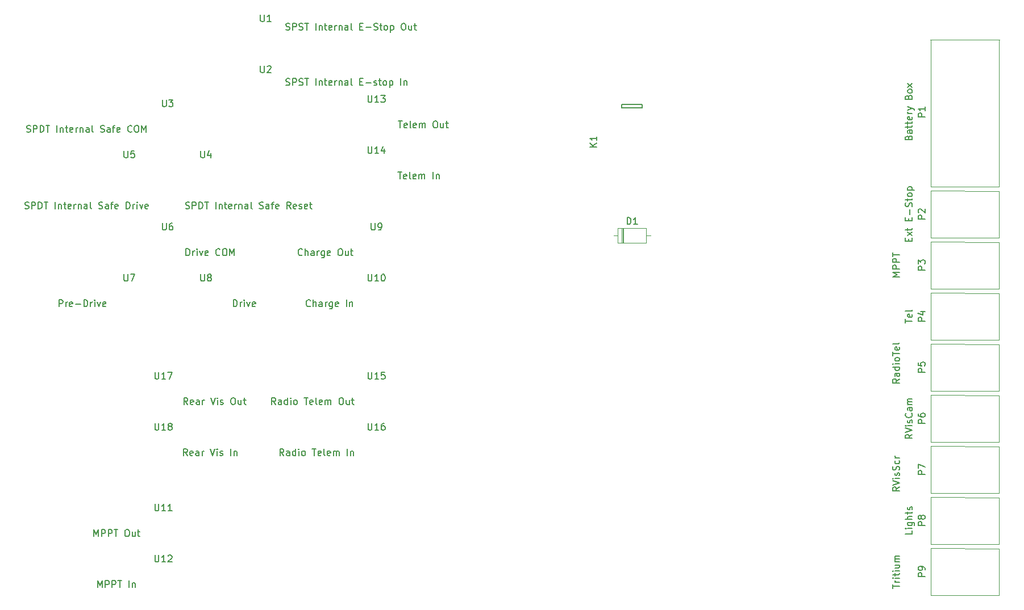
<source format=gbr>
G04 #@! TF.GenerationSoftware,KiCad,Pcbnew,(5.1.4)-1*
G04 #@! TF.CreationDate,2019-09-08T21:38:06+01:00*
G04 #@! TF.ProjectId,powerBoard,706f7765-7242-46f6-9172-642e6b696361,rev?*
G04 #@! TF.SameCoordinates,Original*
G04 #@! TF.FileFunction,Legend,Top*
G04 #@! TF.FilePolarity,Positive*
%FSLAX46Y46*%
G04 Gerber Fmt 4.6, Leading zero omitted, Abs format (unit mm)*
G04 Created by KiCad (PCBNEW (5.1.4)-1) date 2019-09-08 21:38:06*
%MOMM*%
%LPD*%
G04 APERTURE LIST*
%ADD10C,0.120000*%
%ADD11C,0.150000*%
G04 APERTURE END LIST*
D10*
X158370000Y-81580000D02*
X158370000Y-83820000D01*
X158370000Y-83820000D02*
X162610000Y-83820000D01*
X162610000Y-83820000D02*
X162610000Y-81580000D01*
X162610000Y-81580000D02*
X158370000Y-81580000D01*
X157720000Y-82700000D02*
X158370000Y-82700000D01*
X163260000Y-82700000D02*
X162610000Y-82700000D01*
X159090000Y-81580000D02*
X159090000Y-83820000D01*
X159210000Y-81580000D02*
X159210000Y-83820000D01*
X158970000Y-81580000D02*
X158970000Y-83820000D01*
D11*
X162014000Y-63650000D02*
X158966000Y-63650000D01*
X158966000Y-63650000D02*
X158966000Y-63142000D01*
X158966000Y-63142000D02*
X162014000Y-63142000D01*
X162014000Y-63142000D02*
X162014000Y-63650000D01*
D10*
X205003500Y-75397500D02*
X205003500Y-53475000D01*
X215163500Y-53475000D02*
X215163500Y-75397500D01*
X215163500Y-75397500D02*
X205003500Y-75397500D01*
X204940000Y-53475000D02*
X215227000Y-53475000D01*
X205003500Y-83017500D02*
X205003500Y-76032500D01*
X205003500Y-76032500D02*
X215163500Y-76096000D01*
X215163500Y-76096000D02*
X215163500Y-83017500D01*
X215163500Y-83017500D02*
X205003500Y-83017500D01*
X205003500Y-90637500D02*
X205003500Y-83652500D01*
X205003500Y-83652500D02*
X215163500Y-83716000D01*
X215163500Y-83716000D02*
X215163500Y-90637500D01*
X215163500Y-90637500D02*
X205003500Y-90637500D01*
X215163500Y-98257500D02*
X205003500Y-98257500D01*
X215163500Y-91336000D02*
X215163500Y-98257500D01*
X205003500Y-91272500D02*
X215163500Y-91336000D01*
X205003500Y-98257500D02*
X205003500Y-91272500D01*
X205003500Y-105877500D02*
X205003500Y-98892500D01*
X205003500Y-98892500D02*
X215163500Y-98956000D01*
X215163500Y-98956000D02*
X215163500Y-105877500D01*
X215163500Y-105877500D02*
X205003500Y-105877500D01*
X215163500Y-113497500D02*
X205003500Y-113497500D01*
X215163500Y-106576000D02*
X215163500Y-113497500D01*
X205003500Y-106512500D02*
X215163500Y-106576000D01*
X205003500Y-113497500D02*
X205003500Y-106512500D01*
X205003500Y-121117500D02*
X205003500Y-114132500D01*
X205003500Y-114132500D02*
X215163500Y-114196000D01*
X215163500Y-114196000D02*
X215163500Y-121117500D01*
X215163500Y-121117500D02*
X205003500Y-121117500D01*
X215163500Y-128737500D02*
X205003500Y-128737500D01*
X215163500Y-121816000D02*
X215163500Y-128737500D01*
X205003500Y-121752500D02*
X215163500Y-121816000D01*
X205003500Y-128737500D02*
X205003500Y-121752500D01*
X215163500Y-136357500D02*
X205003500Y-136357500D01*
X215163500Y-129436000D02*
X215163500Y-136357500D01*
X205003500Y-129372500D02*
X215163500Y-129436000D01*
X205003500Y-136357500D02*
X205003500Y-129372500D01*
D11*
X159751904Y-81032380D02*
X159751904Y-80032380D01*
X159990000Y-80032380D01*
X160132857Y-80080000D01*
X160228095Y-80175238D01*
X160275714Y-80270476D01*
X160323333Y-80460952D01*
X160323333Y-80603809D01*
X160275714Y-80794285D01*
X160228095Y-80889523D01*
X160132857Y-80984761D01*
X159990000Y-81032380D01*
X159751904Y-81032380D01*
X161275714Y-81032380D02*
X160704285Y-81032380D01*
X160990000Y-81032380D02*
X160990000Y-80032380D01*
X160894761Y-80175238D01*
X160799523Y-80270476D01*
X160704285Y-80318095D01*
X155227380Y-69468095D02*
X154227380Y-69468095D01*
X155227380Y-68896666D02*
X154655952Y-69325238D01*
X154227380Y-68896666D02*
X154798809Y-69468095D01*
X155227380Y-67944285D02*
X155227380Y-68515714D01*
X155227380Y-68230000D02*
X154227380Y-68230000D01*
X154370238Y-68325238D01*
X154465476Y-68420476D01*
X154513095Y-68515714D01*
X121151904Y-110727380D02*
X121151904Y-111536904D01*
X121199523Y-111632142D01*
X121247142Y-111679761D01*
X121342380Y-111727380D01*
X121532857Y-111727380D01*
X121628095Y-111679761D01*
X121675714Y-111632142D01*
X121723333Y-111536904D01*
X121723333Y-110727380D01*
X122723333Y-111727380D02*
X122151904Y-111727380D01*
X122437619Y-111727380D02*
X122437619Y-110727380D01*
X122342380Y-110870238D01*
X122247142Y-110965476D01*
X122151904Y-111013095D01*
X123580476Y-110727380D02*
X123390000Y-110727380D01*
X123294761Y-110775000D01*
X123247142Y-110822619D01*
X123151904Y-110965476D01*
X123104285Y-111155952D01*
X123104285Y-111536904D01*
X123151904Y-111632142D01*
X123199523Y-111679761D01*
X123294761Y-111727380D01*
X123485238Y-111727380D01*
X123580476Y-111679761D01*
X123628095Y-111632142D01*
X123675714Y-111536904D01*
X123675714Y-111298809D01*
X123628095Y-111203571D01*
X123580476Y-111155952D01*
X123485238Y-111108333D01*
X123294761Y-111108333D01*
X123199523Y-111155952D01*
X123151904Y-111203571D01*
X123104285Y-111298809D01*
X108595238Y-115537380D02*
X108261904Y-115061190D01*
X108023809Y-115537380D02*
X108023809Y-114537380D01*
X108404761Y-114537380D01*
X108500000Y-114585000D01*
X108547619Y-114632619D01*
X108595238Y-114727857D01*
X108595238Y-114870714D01*
X108547619Y-114965952D01*
X108500000Y-115013571D01*
X108404761Y-115061190D01*
X108023809Y-115061190D01*
X109452380Y-115537380D02*
X109452380Y-115013571D01*
X109404761Y-114918333D01*
X109309523Y-114870714D01*
X109119047Y-114870714D01*
X109023809Y-114918333D01*
X109452380Y-115489761D02*
X109357142Y-115537380D01*
X109119047Y-115537380D01*
X109023809Y-115489761D01*
X108976190Y-115394523D01*
X108976190Y-115299285D01*
X109023809Y-115204047D01*
X109119047Y-115156428D01*
X109357142Y-115156428D01*
X109452380Y-115108809D01*
X110357142Y-115537380D02*
X110357142Y-114537380D01*
X110357142Y-115489761D02*
X110261904Y-115537380D01*
X110071428Y-115537380D01*
X109976190Y-115489761D01*
X109928571Y-115442142D01*
X109880952Y-115346904D01*
X109880952Y-115061190D01*
X109928571Y-114965952D01*
X109976190Y-114918333D01*
X110071428Y-114870714D01*
X110261904Y-114870714D01*
X110357142Y-114918333D01*
X110833333Y-115537380D02*
X110833333Y-114870714D01*
X110833333Y-114537380D02*
X110785714Y-114585000D01*
X110833333Y-114632619D01*
X110880952Y-114585000D01*
X110833333Y-114537380D01*
X110833333Y-114632619D01*
X111452380Y-115537380D02*
X111357142Y-115489761D01*
X111309523Y-115442142D01*
X111261904Y-115346904D01*
X111261904Y-115061190D01*
X111309523Y-114965952D01*
X111357142Y-114918333D01*
X111452380Y-114870714D01*
X111595238Y-114870714D01*
X111690476Y-114918333D01*
X111738095Y-114965952D01*
X111785714Y-115061190D01*
X111785714Y-115346904D01*
X111738095Y-115442142D01*
X111690476Y-115489761D01*
X111595238Y-115537380D01*
X111452380Y-115537380D01*
X112833333Y-114537380D02*
X113404761Y-114537380D01*
X113119047Y-115537380D02*
X113119047Y-114537380D01*
X114119047Y-115489761D02*
X114023809Y-115537380D01*
X113833333Y-115537380D01*
X113738095Y-115489761D01*
X113690476Y-115394523D01*
X113690476Y-115013571D01*
X113738095Y-114918333D01*
X113833333Y-114870714D01*
X114023809Y-114870714D01*
X114119047Y-114918333D01*
X114166666Y-115013571D01*
X114166666Y-115108809D01*
X113690476Y-115204047D01*
X114738095Y-115537380D02*
X114642857Y-115489761D01*
X114595238Y-115394523D01*
X114595238Y-114537380D01*
X115500000Y-115489761D02*
X115404761Y-115537380D01*
X115214285Y-115537380D01*
X115119047Y-115489761D01*
X115071428Y-115394523D01*
X115071428Y-115013571D01*
X115119047Y-114918333D01*
X115214285Y-114870714D01*
X115404761Y-114870714D01*
X115500000Y-114918333D01*
X115547619Y-115013571D01*
X115547619Y-115108809D01*
X115071428Y-115204047D01*
X115976190Y-115537380D02*
X115976190Y-114870714D01*
X115976190Y-114965952D02*
X116023809Y-114918333D01*
X116119047Y-114870714D01*
X116261904Y-114870714D01*
X116357142Y-114918333D01*
X116404761Y-115013571D01*
X116404761Y-115537380D01*
X116404761Y-115013571D02*
X116452380Y-114918333D01*
X116547619Y-114870714D01*
X116690476Y-114870714D01*
X116785714Y-114918333D01*
X116833333Y-115013571D01*
X116833333Y-115537380D01*
X118071428Y-115537380D02*
X118071428Y-114537380D01*
X118547619Y-114870714D02*
X118547619Y-115537380D01*
X118547619Y-114965952D02*
X118595238Y-114918333D01*
X118690476Y-114870714D01*
X118833333Y-114870714D01*
X118928571Y-114918333D01*
X118976190Y-115013571D01*
X118976190Y-115537380D01*
X89401904Y-130412380D02*
X89401904Y-131221904D01*
X89449523Y-131317142D01*
X89497142Y-131364761D01*
X89592380Y-131412380D01*
X89782857Y-131412380D01*
X89878095Y-131364761D01*
X89925714Y-131317142D01*
X89973333Y-131221904D01*
X89973333Y-130412380D01*
X90973333Y-131412380D02*
X90401904Y-131412380D01*
X90687619Y-131412380D02*
X90687619Y-130412380D01*
X90592380Y-130555238D01*
X90497142Y-130650476D01*
X90401904Y-130698095D01*
X91354285Y-130507619D02*
X91401904Y-130460000D01*
X91497142Y-130412380D01*
X91735238Y-130412380D01*
X91830476Y-130460000D01*
X91878095Y-130507619D01*
X91925714Y-130602857D01*
X91925714Y-130698095D01*
X91878095Y-130840952D01*
X91306666Y-131412380D01*
X91925714Y-131412380D01*
X80869285Y-135222380D02*
X80869285Y-134222380D01*
X81202619Y-134936666D01*
X81535952Y-134222380D01*
X81535952Y-135222380D01*
X82012142Y-135222380D02*
X82012142Y-134222380D01*
X82393095Y-134222380D01*
X82488333Y-134270000D01*
X82535952Y-134317619D01*
X82583571Y-134412857D01*
X82583571Y-134555714D01*
X82535952Y-134650952D01*
X82488333Y-134698571D01*
X82393095Y-134746190D01*
X82012142Y-134746190D01*
X83012142Y-135222380D02*
X83012142Y-134222380D01*
X83393095Y-134222380D01*
X83488333Y-134270000D01*
X83535952Y-134317619D01*
X83583571Y-134412857D01*
X83583571Y-134555714D01*
X83535952Y-134650952D01*
X83488333Y-134698571D01*
X83393095Y-134746190D01*
X83012142Y-134746190D01*
X83869285Y-134222380D02*
X84440714Y-134222380D01*
X84155000Y-135222380D02*
X84155000Y-134222380D01*
X85535952Y-135222380D02*
X85535952Y-134222380D01*
X86012142Y-134555714D02*
X86012142Y-135222380D01*
X86012142Y-134650952D02*
X86059761Y-134603333D01*
X86155000Y-134555714D01*
X86297857Y-134555714D01*
X86393095Y-134603333D01*
X86440714Y-134698571D01*
X86440714Y-135222380D01*
X84798095Y-88502380D02*
X84798095Y-89311904D01*
X84845714Y-89407142D01*
X84893333Y-89454761D01*
X84988571Y-89502380D01*
X85179047Y-89502380D01*
X85274285Y-89454761D01*
X85321904Y-89407142D01*
X85369523Y-89311904D01*
X85369523Y-88502380D01*
X85750476Y-88502380D02*
X86417142Y-88502380D01*
X85988571Y-89502380D01*
X75098809Y-93312380D02*
X75098809Y-92312380D01*
X75479761Y-92312380D01*
X75575000Y-92360000D01*
X75622619Y-92407619D01*
X75670238Y-92502857D01*
X75670238Y-92645714D01*
X75622619Y-92740952D01*
X75575000Y-92788571D01*
X75479761Y-92836190D01*
X75098809Y-92836190D01*
X76098809Y-93312380D02*
X76098809Y-92645714D01*
X76098809Y-92836190D02*
X76146428Y-92740952D01*
X76194047Y-92693333D01*
X76289285Y-92645714D01*
X76384523Y-92645714D01*
X77098809Y-93264761D02*
X77003571Y-93312380D01*
X76813095Y-93312380D01*
X76717857Y-93264761D01*
X76670238Y-93169523D01*
X76670238Y-92788571D01*
X76717857Y-92693333D01*
X76813095Y-92645714D01*
X77003571Y-92645714D01*
X77098809Y-92693333D01*
X77146428Y-92788571D01*
X77146428Y-92883809D01*
X76670238Y-92979047D01*
X77575000Y-92931428D02*
X78336904Y-92931428D01*
X78813095Y-93312380D02*
X78813095Y-92312380D01*
X79051190Y-92312380D01*
X79194047Y-92360000D01*
X79289285Y-92455238D01*
X79336904Y-92550476D01*
X79384523Y-92740952D01*
X79384523Y-92883809D01*
X79336904Y-93074285D01*
X79289285Y-93169523D01*
X79194047Y-93264761D01*
X79051190Y-93312380D01*
X78813095Y-93312380D01*
X79813095Y-93312380D02*
X79813095Y-92645714D01*
X79813095Y-92836190D02*
X79860714Y-92740952D01*
X79908333Y-92693333D01*
X80003571Y-92645714D01*
X80098809Y-92645714D01*
X80432142Y-93312380D02*
X80432142Y-92645714D01*
X80432142Y-92312380D02*
X80384523Y-92360000D01*
X80432142Y-92407619D01*
X80479761Y-92360000D01*
X80432142Y-92312380D01*
X80432142Y-92407619D01*
X80813095Y-92645714D02*
X81051190Y-93312380D01*
X81289285Y-92645714D01*
X82051190Y-93264761D02*
X81955952Y-93312380D01*
X81765476Y-93312380D01*
X81670238Y-93264761D01*
X81622619Y-93169523D01*
X81622619Y-92788571D01*
X81670238Y-92693333D01*
X81765476Y-92645714D01*
X81955952Y-92645714D01*
X82051190Y-92693333D01*
X82098809Y-92788571D01*
X82098809Y-92883809D01*
X81622619Y-92979047D01*
X84798095Y-70087380D02*
X84798095Y-70896904D01*
X84845714Y-70992142D01*
X84893333Y-71039761D01*
X84988571Y-71087380D01*
X85179047Y-71087380D01*
X85274285Y-71039761D01*
X85321904Y-70992142D01*
X85369523Y-70896904D01*
X85369523Y-70087380D01*
X86321904Y-70087380D02*
X85845714Y-70087380D01*
X85798095Y-70563571D01*
X85845714Y-70515952D01*
X85940952Y-70468333D01*
X86179047Y-70468333D01*
X86274285Y-70515952D01*
X86321904Y-70563571D01*
X86369523Y-70658809D01*
X86369523Y-70896904D01*
X86321904Y-70992142D01*
X86274285Y-71039761D01*
X86179047Y-71087380D01*
X85940952Y-71087380D01*
X85845714Y-71039761D01*
X85798095Y-70992142D01*
X70019523Y-78659761D02*
X70162380Y-78707380D01*
X70400476Y-78707380D01*
X70495714Y-78659761D01*
X70543333Y-78612142D01*
X70590952Y-78516904D01*
X70590952Y-78421666D01*
X70543333Y-78326428D01*
X70495714Y-78278809D01*
X70400476Y-78231190D01*
X70210000Y-78183571D01*
X70114761Y-78135952D01*
X70067142Y-78088333D01*
X70019523Y-77993095D01*
X70019523Y-77897857D01*
X70067142Y-77802619D01*
X70114761Y-77755000D01*
X70210000Y-77707380D01*
X70448095Y-77707380D01*
X70590952Y-77755000D01*
X71019523Y-78707380D02*
X71019523Y-77707380D01*
X71400476Y-77707380D01*
X71495714Y-77755000D01*
X71543333Y-77802619D01*
X71590952Y-77897857D01*
X71590952Y-78040714D01*
X71543333Y-78135952D01*
X71495714Y-78183571D01*
X71400476Y-78231190D01*
X71019523Y-78231190D01*
X72019523Y-78707380D02*
X72019523Y-77707380D01*
X72257619Y-77707380D01*
X72400476Y-77755000D01*
X72495714Y-77850238D01*
X72543333Y-77945476D01*
X72590952Y-78135952D01*
X72590952Y-78278809D01*
X72543333Y-78469285D01*
X72495714Y-78564523D01*
X72400476Y-78659761D01*
X72257619Y-78707380D01*
X72019523Y-78707380D01*
X72876666Y-77707380D02*
X73448095Y-77707380D01*
X73162380Y-78707380D02*
X73162380Y-77707380D01*
X74543333Y-78707380D02*
X74543333Y-77707380D01*
X75019523Y-78040714D02*
X75019523Y-78707380D01*
X75019523Y-78135952D02*
X75067142Y-78088333D01*
X75162380Y-78040714D01*
X75305238Y-78040714D01*
X75400476Y-78088333D01*
X75448095Y-78183571D01*
X75448095Y-78707380D01*
X75781428Y-78040714D02*
X76162380Y-78040714D01*
X75924285Y-77707380D02*
X75924285Y-78564523D01*
X75971904Y-78659761D01*
X76067142Y-78707380D01*
X76162380Y-78707380D01*
X76876666Y-78659761D02*
X76781428Y-78707380D01*
X76590952Y-78707380D01*
X76495714Y-78659761D01*
X76448095Y-78564523D01*
X76448095Y-78183571D01*
X76495714Y-78088333D01*
X76590952Y-78040714D01*
X76781428Y-78040714D01*
X76876666Y-78088333D01*
X76924285Y-78183571D01*
X76924285Y-78278809D01*
X76448095Y-78374047D01*
X77352857Y-78707380D02*
X77352857Y-78040714D01*
X77352857Y-78231190D02*
X77400476Y-78135952D01*
X77448095Y-78088333D01*
X77543333Y-78040714D01*
X77638571Y-78040714D01*
X77971904Y-78040714D02*
X77971904Y-78707380D01*
X77971904Y-78135952D02*
X78019523Y-78088333D01*
X78114761Y-78040714D01*
X78257619Y-78040714D01*
X78352857Y-78088333D01*
X78400476Y-78183571D01*
X78400476Y-78707380D01*
X79305238Y-78707380D02*
X79305238Y-78183571D01*
X79257619Y-78088333D01*
X79162380Y-78040714D01*
X78971904Y-78040714D01*
X78876666Y-78088333D01*
X79305238Y-78659761D02*
X79209999Y-78707380D01*
X78971904Y-78707380D01*
X78876666Y-78659761D01*
X78829047Y-78564523D01*
X78829047Y-78469285D01*
X78876666Y-78374047D01*
X78971904Y-78326428D01*
X79209999Y-78326428D01*
X79305238Y-78278809D01*
X79924285Y-78707380D02*
X79829047Y-78659761D01*
X79781428Y-78564523D01*
X79781428Y-77707380D01*
X81019523Y-78659761D02*
X81162380Y-78707380D01*
X81400476Y-78707380D01*
X81495714Y-78659761D01*
X81543333Y-78612142D01*
X81590952Y-78516904D01*
X81590952Y-78421666D01*
X81543333Y-78326428D01*
X81495714Y-78278809D01*
X81400476Y-78231190D01*
X81209999Y-78183571D01*
X81114761Y-78135952D01*
X81067142Y-78088333D01*
X81019523Y-77993095D01*
X81019523Y-77897857D01*
X81067142Y-77802619D01*
X81114761Y-77755000D01*
X81209999Y-77707380D01*
X81448095Y-77707380D01*
X81590952Y-77755000D01*
X82448095Y-78707380D02*
X82448095Y-78183571D01*
X82400476Y-78088333D01*
X82305238Y-78040714D01*
X82114761Y-78040714D01*
X82019523Y-78088333D01*
X82448095Y-78659761D02*
X82352857Y-78707380D01*
X82114761Y-78707380D01*
X82019523Y-78659761D01*
X81971904Y-78564523D01*
X81971904Y-78469285D01*
X82019523Y-78374047D01*
X82114761Y-78326428D01*
X82352857Y-78326428D01*
X82448095Y-78278809D01*
X82781428Y-78040714D02*
X83162380Y-78040714D01*
X82924285Y-78707380D02*
X82924285Y-77850238D01*
X82971904Y-77755000D01*
X83067142Y-77707380D01*
X83162380Y-77707380D01*
X83876666Y-78659761D02*
X83781428Y-78707380D01*
X83590952Y-78707380D01*
X83495714Y-78659761D01*
X83448095Y-78564523D01*
X83448095Y-78183571D01*
X83495714Y-78088333D01*
X83590952Y-78040714D01*
X83781428Y-78040714D01*
X83876666Y-78088333D01*
X83924285Y-78183571D01*
X83924285Y-78278809D01*
X83448095Y-78374047D01*
X85114761Y-78707380D02*
X85114761Y-77707380D01*
X85352857Y-77707380D01*
X85495714Y-77755000D01*
X85590952Y-77850238D01*
X85638571Y-77945476D01*
X85686190Y-78135952D01*
X85686190Y-78278809D01*
X85638571Y-78469285D01*
X85590952Y-78564523D01*
X85495714Y-78659761D01*
X85352857Y-78707380D01*
X85114761Y-78707380D01*
X86114761Y-78707380D02*
X86114761Y-78040714D01*
X86114761Y-78231190D02*
X86162380Y-78135952D01*
X86209999Y-78088333D01*
X86305238Y-78040714D01*
X86400476Y-78040714D01*
X86733809Y-78707380D02*
X86733809Y-78040714D01*
X86733809Y-77707380D02*
X86686190Y-77755000D01*
X86733809Y-77802619D01*
X86781428Y-77755000D01*
X86733809Y-77707380D01*
X86733809Y-77802619D01*
X87114761Y-78040714D02*
X87352857Y-78707380D01*
X87590952Y-78040714D01*
X88352857Y-78659761D02*
X88257619Y-78707380D01*
X88067142Y-78707380D01*
X87971904Y-78659761D01*
X87924285Y-78564523D01*
X87924285Y-78183571D01*
X87971904Y-78088333D01*
X88067142Y-78040714D01*
X88257619Y-78040714D01*
X88352857Y-78088333D01*
X88400476Y-78183571D01*
X88400476Y-78278809D01*
X87924285Y-78374047D01*
X121151904Y-103107380D02*
X121151904Y-103916904D01*
X121199523Y-104012142D01*
X121247142Y-104059761D01*
X121342380Y-104107380D01*
X121532857Y-104107380D01*
X121628095Y-104059761D01*
X121675714Y-104012142D01*
X121723333Y-103916904D01*
X121723333Y-103107380D01*
X122723333Y-104107380D02*
X122151904Y-104107380D01*
X122437619Y-104107380D02*
X122437619Y-103107380D01*
X122342380Y-103250238D01*
X122247142Y-103345476D01*
X122151904Y-103393095D01*
X123628095Y-103107380D02*
X123151904Y-103107380D01*
X123104285Y-103583571D01*
X123151904Y-103535952D01*
X123247142Y-103488333D01*
X123485238Y-103488333D01*
X123580476Y-103535952D01*
X123628095Y-103583571D01*
X123675714Y-103678809D01*
X123675714Y-103916904D01*
X123628095Y-104012142D01*
X123580476Y-104059761D01*
X123485238Y-104107380D01*
X123247142Y-104107380D01*
X123151904Y-104059761D01*
X123104285Y-104012142D01*
X107388809Y-107917380D02*
X107055476Y-107441190D01*
X106817380Y-107917380D02*
X106817380Y-106917380D01*
X107198333Y-106917380D01*
X107293571Y-106965000D01*
X107341190Y-107012619D01*
X107388809Y-107107857D01*
X107388809Y-107250714D01*
X107341190Y-107345952D01*
X107293571Y-107393571D01*
X107198333Y-107441190D01*
X106817380Y-107441190D01*
X108245952Y-107917380D02*
X108245952Y-107393571D01*
X108198333Y-107298333D01*
X108103095Y-107250714D01*
X107912619Y-107250714D01*
X107817380Y-107298333D01*
X108245952Y-107869761D02*
X108150714Y-107917380D01*
X107912619Y-107917380D01*
X107817380Y-107869761D01*
X107769761Y-107774523D01*
X107769761Y-107679285D01*
X107817380Y-107584047D01*
X107912619Y-107536428D01*
X108150714Y-107536428D01*
X108245952Y-107488809D01*
X109150714Y-107917380D02*
X109150714Y-106917380D01*
X109150714Y-107869761D02*
X109055476Y-107917380D01*
X108865000Y-107917380D01*
X108769761Y-107869761D01*
X108722142Y-107822142D01*
X108674523Y-107726904D01*
X108674523Y-107441190D01*
X108722142Y-107345952D01*
X108769761Y-107298333D01*
X108865000Y-107250714D01*
X109055476Y-107250714D01*
X109150714Y-107298333D01*
X109626904Y-107917380D02*
X109626904Y-107250714D01*
X109626904Y-106917380D02*
X109579285Y-106965000D01*
X109626904Y-107012619D01*
X109674523Y-106965000D01*
X109626904Y-106917380D01*
X109626904Y-107012619D01*
X110245952Y-107917380D02*
X110150714Y-107869761D01*
X110103095Y-107822142D01*
X110055476Y-107726904D01*
X110055476Y-107441190D01*
X110103095Y-107345952D01*
X110150714Y-107298333D01*
X110245952Y-107250714D01*
X110388809Y-107250714D01*
X110484047Y-107298333D01*
X110531666Y-107345952D01*
X110579285Y-107441190D01*
X110579285Y-107726904D01*
X110531666Y-107822142D01*
X110484047Y-107869761D01*
X110388809Y-107917380D01*
X110245952Y-107917380D01*
X111626904Y-106917380D02*
X112198333Y-106917380D01*
X111912619Y-107917380D02*
X111912619Y-106917380D01*
X112912619Y-107869761D02*
X112817380Y-107917380D01*
X112626904Y-107917380D01*
X112531666Y-107869761D01*
X112484047Y-107774523D01*
X112484047Y-107393571D01*
X112531666Y-107298333D01*
X112626904Y-107250714D01*
X112817380Y-107250714D01*
X112912619Y-107298333D01*
X112960238Y-107393571D01*
X112960238Y-107488809D01*
X112484047Y-107584047D01*
X113531666Y-107917380D02*
X113436428Y-107869761D01*
X113388809Y-107774523D01*
X113388809Y-106917380D01*
X114293571Y-107869761D02*
X114198333Y-107917380D01*
X114007857Y-107917380D01*
X113912619Y-107869761D01*
X113865000Y-107774523D01*
X113865000Y-107393571D01*
X113912619Y-107298333D01*
X114007857Y-107250714D01*
X114198333Y-107250714D01*
X114293571Y-107298333D01*
X114341190Y-107393571D01*
X114341190Y-107488809D01*
X113865000Y-107584047D01*
X114769761Y-107917380D02*
X114769761Y-107250714D01*
X114769761Y-107345952D02*
X114817380Y-107298333D01*
X114912619Y-107250714D01*
X115055476Y-107250714D01*
X115150714Y-107298333D01*
X115198333Y-107393571D01*
X115198333Y-107917380D01*
X115198333Y-107393571D02*
X115245952Y-107298333D01*
X115341190Y-107250714D01*
X115484047Y-107250714D01*
X115579285Y-107298333D01*
X115626904Y-107393571D01*
X115626904Y-107917380D01*
X117055476Y-106917380D02*
X117245952Y-106917380D01*
X117341190Y-106965000D01*
X117436428Y-107060238D01*
X117484047Y-107250714D01*
X117484047Y-107584047D01*
X117436428Y-107774523D01*
X117341190Y-107869761D01*
X117245952Y-107917380D01*
X117055476Y-107917380D01*
X116960238Y-107869761D01*
X116865000Y-107774523D01*
X116817380Y-107584047D01*
X116817380Y-107250714D01*
X116865000Y-107060238D01*
X116960238Y-106965000D01*
X117055476Y-106917380D01*
X118341190Y-107250714D02*
X118341190Y-107917380D01*
X117912619Y-107250714D02*
X117912619Y-107774523D01*
X117960238Y-107869761D01*
X118055476Y-107917380D01*
X118198333Y-107917380D01*
X118293571Y-107869761D01*
X118341190Y-107822142D01*
X118674523Y-107250714D02*
X119055476Y-107250714D01*
X118817380Y-106917380D02*
X118817380Y-107774523D01*
X118865000Y-107869761D01*
X118960238Y-107917380D01*
X119055476Y-107917380D01*
X89401904Y-103107380D02*
X89401904Y-103916904D01*
X89449523Y-104012142D01*
X89497142Y-104059761D01*
X89592380Y-104107380D01*
X89782857Y-104107380D01*
X89878095Y-104059761D01*
X89925714Y-104012142D01*
X89973333Y-103916904D01*
X89973333Y-103107380D01*
X90973333Y-104107380D02*
X90401904Y-104107380D01*
X90687619Y-104107380D02*
X90687619Y-103107380D01*
X90592380Y-103250238D01*
X90497142Y-103345476D01*
X90401904Y-103393095D01*
X91306666Y-103107380D02*
X91973333Y-103107380D01*
X91544761Y-104107380D01*
X94283809Y-107917380D02*
X93950476Y-107441190D01*
X93712380Y-107917380D02*
X93712380Y-106917380D01*
X94093333Y-106917380D01*
X94188571Y-106965000D01*
X94236190Y-107012619D01*
X94283809Y-107107857D01*
X94283809Y-107250714D01*
X94236190Y-107345952D01*
X94188571Y-107393571D01*
X94093333Y-107441190D01*
X93712380Y-107441190D01*
X95093333Y-107869761D02*
X94998095Y-107917380D01*
X94807619Y-107917380D01*
X94712380Y-107869761D01*
X94664761Y-107774523D01*
X94664761Y-107393571D01*
X94712380Y-107298333D01*
X94807619Y-107250714D01*
X94998095Y-107250714D01*
X95093333Y-107298333D01*
X95140952Y-107393571D01*
X95140952Y-107488809D01*
X94664761Y-107584047D01*
X95998095Y-107917380D02*
X95998095Y-107393571D01*
X95950476Y-107298333D01*
X95855238Y-107250714D01*
X95664761Y-107250714D01*
X95569523Y-107298333D01*
X95998095Y-107869761D02*
X95902857Y-107917380D01*
X95664761Y-107917380D01*
X95569523Y-107869761D01*
X95521904Y-107774523D01*
X95521904Y-107679285D01*
X95569523Y-107584047D01*
X95664761Y-107536428D01*
X95902857Y-107536428D01*
X95998095Y-107488809D01*
X96474285Y-107917380D02*
X96474285Y-107250714D01*
X96474285Y-107441190D02*
X96521904Y-107345952D01*
X96569523Y-107298333D01*
X96664761Y-107250714D01*
X96760000Y-107250714D01*
X97712380Y-106917380D02*
X98045714Y-107917380D01*
X98379047Y-106917380D01*
X98712380Y-107917380D02*
X98712380Y-107250714D01*
X98712380Y-106917380D02*
X98664761Y-106965000D01*
X98712380Y-107012619D01*
X98760000Y-106965000D01*
X98712380Y-106917380D01*
X98712380Y-107012619D01*
X99140952Y-107869761D02*
X99236190Y-107917380D01*
X99426666Y-107917380D01*
X99521904Y-107869761D01*
X99569523Y-107774523D01*
X99569523Y-107726904D01*
X99521904Y-107631666D01*
X99426666Y-107584047D01*
X99283809Y-107584047D01*
X99188571Y-107536428D01*
X99140952Y-107441190D01*
X99140952Y-107393571D01*
X99188571Y-107298333D01*
X99283809Y-107250714D01*
X99426666Y-107250714D01*
X99521904Y-107298333D01*
X100950476Y-106917380D02*
X101140952Y-106917380D01*
X101236190Y-106965000D01*
X101331428Y-107060238D01*
X101379047Y-107250714D01*
X101379047Y-107584047D01*
X101331428Y-107774523D01*
X101236190Y-107869761D01*
X101140952Y-107917380D01*
X100950476Y-107917380D01*
X100855238Y-107869761D01*
X100760000Y-107774523D01*
X100712380Y-107584047D01*
X100712380Y-107250714D01*
X100760000Y-107060238D01*
X100855238Y-106965000D01*
X100950476Y-106917380D01*
X102236190Y-107250714D02*
X102236190Y-107917380D01*
X101807619Y-107250714D02*
X101807619Y-107774523D01*
X101855238Y-107869761D01*
X101950476Y-107917380D01*
X102093333Y-107917380D01*
X102188571Y-107869761D01*
X102236190Y-107822142D01*
X102569523Y-107250714D02*
X102950476Y-107250714D01*
X102712380Y-106917380D02*
X102712380Y-107774523D01*
X102760000Y-107869761D01*
X102855238Y-107917380D01*
X102950476Y-107917380D01*
X121151904Y-61832380D02*
X121151904Y-62641904D01*
X121199523Y-62737142D01*
X121247142Y-62784761D01*
X121342380Y-62832380D01*
X121532857Y-62832380D01*
X121628095Y-62784761D01*
X121675714Y-62737142D01*
X121723333Y-62641904D01*
X121723333Y-61832380D01*
X122723333Y-62832380D02*
X122151904Y-62832380D01*
X122437619Y-62832380D02*
X122437619Y-61832380D01*
X122342380Y-61975238D01*
X122247142Y-62070476D01*
X122151904Y-62118095D01*
X123056666Y-61832380D02*
X123675714Y-61832380D01*
X123342380Y-62213333D01*
X123485238Y-62213333D01*
X123580476Y-62260952D01*
X123628095Y-62308571D01*
X123675714Y-62403809D01*
X123675714Y-62641904D01*
X123628095Y-62737142D01*
X123580476Y-62784761D01*
X123485238Y-62832380D01*
X123199523Y-62832380D01*
X123104285Y-62784761D01*
X123056666Y-62737142D01*
X125660714Y-65642380D02*
X126232142Y-65642380D01*
X125946428Y-66642380D02*
X125946428Y-65642380D01*
X126946428Y-66594761D02*
X126851190Y-66642380D01*
X126660714Y-66642380D01*
X126565476Y-66594761D01*
X126517857Y-66499523D01*
X126517857Y-66118571D01*
X126565476Y-66023333D01*
X126660714Y-65975714D01*
X126851190Y-65975714D01*
X126946428Y-66023333D01*
X126994047Y-66118571D01*
X126994047Y-66213809D01*
X126517857Y-66309047D01*
X127565476Y-66642380D02*
X127470238Y-66594761D01*
X127422619Y-66499523D01*
X127422619Y-65642380D01*
X128327380Y-66594761D02*
X128232142Y-66642380D01*
X128041666Y-66642380D01*
X127946428Y-66594761D01*
X127898809Y-66499523D01*
X127898809Y-66118571D01*
X127946428Y-66023333D01*
X128041666Y-65975714D01*
X128232142Y-65975714D01*
X128327380Y-66023333D01*
X128375000Y-66118571D01*
X128375000Y-66213809D01*
X127898809Y-66309047D01*
X128803571Y-66642380D02*
X128803571Y-65975714D01*
X128803571Y-66070952D02*
X128851190Y-66023333D01*
X128946428Y-65975714D01*
X129089285Y-65975714D01*
X129184523Y-66023333D01*
X129232142Y-66118571D01*
X129232142Y-66642380D01*
X129232142Y-66118571D02*
X129279761Y-66023333D01*
X129375000Y-65975714D01*
X129517857Y-65975714D01*
X129613095Y-66023333D01*
X129660714Y-66118571D01*
X129660714Y-66642380D01*
X131089285Y-65642380D02*
X131279761Y-65642380D01*
X131375000Y-65690000D01*
X131470238Y-65785238D01*
X131517857Y-65975714D01*
X131517857Y-66309047D01*
X131470238Y-66499523D01*
X131375000Y-66594761D01*
X131279761Y-66642380D01*
X131089285Y-66642380D01*
X130994047Y-66594761D01*
X130898809Y-66499523D01*
X130851190Y-66309047D01*
X130851190Y-65975714D01*
X130898809Y-65785238D01*
X130994047Y-65690000D01*
X131089285Y-65642380D01*
X132375000Y-65975714D02*
X132375000Y-66642380D01*
X131946428Y-65975714D02*
X131946428Y-66499523D01*
X131994047Y-66594761D01*
X132089285Y-66642380D01*
X132232142Y-66642380D01*
X132327380Y-66594761D01*
X132375000Y-66547142D01*
X132708333Y-65975714D02*
X133089285Y-65975714D01*
X132851190Y-65642380D02*
X132851190Y-66499523D01*
X132898809Y-66594761D01*
X132994047Y-66642380D01*
X133089285Y-66642380D01*
X105118095Y-49767380D02*
X105118095Y-50576904D01*
X105165714Y-50672142D01*
X105213333Y-50719761D01*
X105308571Y-50767380D01*
X105499047Y-50767380D01*
X105594285Y-50719761D01*
X105641904Y-50672142D01*
X105689523Y-50576904D01*
X105689523Y-49767380D01*
X106689523Y-50767380D02*
X106118095Y-50767380D01*
X106403809Y-50767380D02*
X106403809Y-49767380D01*
X106308571Y-49910238D01*
X106213333Y-50005476D01*
X106118095Y-50053095D01*
X108913333Y-51989761D02*
X109056190Y-52037380D01*
X109294285Y-52037380D01*
X109389523Y-51989761D01*
X109437142Y-51942142D01*
X109484761Y-51846904D01*
X109484761Y-51751666D01*
X109437142Y-51656428D01*
X109389523Y-51608809D01*
X109294285Y-51561190D01*
X109103809Y-51513571D01*
X109008571Y-51465952D01*
X108960952Y-51418333D01*
X108913333Y-51323095D01*
X108913333Y-51227857D01*
X108960952Y-51132619D01*
X109008571Y-51085000D01*
X109103809Y-51037380D01*
X109341904Y-51037380D01*
X109484761Y-51085000D01*
X109913333Y-52037380D02*
X109913333Y-51037380D01*
X110294285Y-51037380D01*
X110389523Y-51085000D01*
X110437142Y-51132619D01*
X110484761Y-51227857D01*
X110484761Y-51370714D01*
X110437142Y-51465952D01*
X110389523Y-51513571D01*
X110294285Y-51561190D01*
X109913333Y-51561190D01*
X110865714Y-51989761D02*
X111008571Y-52037380D01*
X111246666Y-52037380D01*
X111341904Y-51989761D01*
X111389523Y-51942142D01*
X111437142Y-51846904D01*
X111437142Y-51751666D01*
X111389523Y-51656428D01*
X111341904Y-51608809D01*
X111246666Y-51561190D01*
X111056190Y-51513571D01*
X110960952Y-51465952D01*
X110913333Y-51418333D01*
X110865714Y-51323095D01*
X110865714Y-51227857D01*
X110913333Y-51132619D01*
X110960952Y-51085000D01*
X111056190Y-51037380D01*
X111294285Y-51037380D01*
X111437142Y-51085000D01*
X111722857Y-51037380D02*
X112294285Y-51037380D01*
X112008571Y-52037380D02*
X112008571Y-51037380D01*
X113389523Y-52037380D02*
X113389523Y-51037380D01*
X113865714Y-51370714D02*
X113865714Y-52037380D01*
X113865714Y-51465952D02*
X113913333Y-51418333D01*
X114008571Y-51370714D01*
X114151428Y-51370714D01*
X114246666Y-51418333D01*
X114294285Y-51513571D01*
X114294285Y-52037380D01*
X114627619Y-51370714D02*
X115008571Y-51370714D01*
X114770476Y-51037380D02*
X114770476Y-51894523D01*
X114818095Y-51989761D01*
X114913333Y-52037380D01*
X115008571Y-52037380D01*
X115722857Y-51989761D02*
X115627619Y-52037380D01*
X115437142Y-52037380D01*
X115341904Y-51989761D01*
X115294285Y-51894523D01*
X115294285Y-51513571D01*
X115341904Y-51418333D01*
X115437142Y-51370714D01*
X115627619Y-51370714D01*
X115722857Y-51418333D01*
X115770476Y-51513571D01*
X115770476Y-51608809D01*
X115294285Y-51704047D01*
X116199047Y-52037380D02*
X116199047Y-51370714D01*
X116199047Y-51561190D02*
X116246666Y-51465952D01*
X116294285Y-51418333D01*
X116389523Y-51370714D01*
X116484761Y-51370714D01*
X116818095Y-51370714D02*
X116818095Y-52037380D01*
X116818095Y-51465952D02*
X116865714Y-51418333D01*
X116960952Y-51370714D01*
X117103809Y-51370714D01*
X117199047Y-51418333D01*
X117246666Y-51513571D01*
X117246666Y-52037380D01*
X118151428Y-52037380D02*
X118151428Y-51513571D01*
X118103809Y-51418333D01*
X118008571Y-51370714D01*
X117818095Y-51370714D01*
X117722857Y-51418333D01*
X118151428Y-51989761D02*
X118056190Y-52037380D01*
X117818095Y-52037380D01*
X117722857Y-51989761D01*
X117675238Y-51894523D01*
X117675238Y-51799285D01*
X117722857Y-51704047D01*
X117818095Y-51656428D01*
X118056190Y-51656428D01*
X118151428Y-51608809D01*
X118770476Y-52037380D02*
X118675238Y-51989761D01*
X118627619Y-51894523D01*
X118627619Y-51037380D01*
X119913333Y-51513571D02*
X120246666Y-51513571D01*
X120389523Y-52037380D02*
X119913333Y-52037380D01*
X119913333Y-51037380D01*
X120389523Y-51037380D01*
X120818095Y-51656428D02*
X121579999Y-51656428D01*
X122008571Y-51989761D02*
X122151428Y-52037380D01*
X122389523Y-52037380D01*
X122484761Y-51989761D01*
X122532380Y-51942142D01*
X122579999Y-51846904D01*
X122579999Y-51751666D01*
X122532380Y-51656428D01*
X122484761Y-51608809D01*
X122389523Y-51561190D01*
X122199047Y-51513571D01*
X122103809Y-51465952D01*
X122056190Y-51418333D01*
X122008571Y-51323095D01*
X122008571Y-51227857D01*
X122056190Y-51132619D01*
X122103809Y-51085000D01*
X122199047Y-51037380D01*
X122437142Y-51037380D01*
X122579999Y-51085000D01*
X122865714Y-51370714D02*
X123246666Y-51370714D01*
X123008571Y-51037380D02*
X123008571Y-51894523D01*
X123056190Y-51989761D01*
X123151428Y-52037380D01*
X123246666Y-52037380D01*
X123722857Y-52037380D02*
X123627619Y-51989761D01*
X123579999Y-51942142D01*
X123532380Y-51846904D01*
X123532380Y-51561190D01*
X123579999Y-51465952D01*
X123627619Y-51418333D01*
X123722857Y-51370714D01*
X123865714Y-51370714D01*
X123960952Y-51418333D01*
X124008571Y-51465952D01*
X124056190Y-51561190D01*
X124056190Y-51846904D01*
X124008571Y-51942142D01*
X123960952Y-51989761D01*
X123865714Y-52037380D01*
X123722857Y-52037380D01*
X124484761Y-51370714D02*
X124484761Y-52370714D01*
X124484761Y-51418333D02*
X124579999Y-51370714D01*
X124770476Y-51370714D01*
X124865714Y-51418333D01*
X124913333Y-51465952D01*
X124960952Y-51561190D01*
X124960952Y-51846904D01*
X124913333Y-51942142D01*
X124865714Y-51989761D01*
X124770476Y-52037380D01*
X124579999Y-52037380D01*
X124484761Y-51989761D01*
X126341904Y-51037380D02*
X126532380Y-51037380D01*
X126627619Y-51085000D01*
X126722857Y-51180238D01*
X126770476Y-51370714D01*
X126770476Y-51704047D01*
X126722857Y-51894523D01*
X126627619Y-51989761D01*
X126532380Y-52037380D01*
X126341904Y-52037380D01*
X126246666Y-51989761D01*
X126151428Y-51894523D01*
X126103809Y-51704047D01*
X126103809Y-51370714D01*
X126151428Y-51180238D01*
X126246666Y-51085000D01*
X126341904Y-51037380D01*
X127627619Y-51370714D02*
X127627619Y-52037380D01*
X127199047Y-51370714D02*
X127199047Y-51894523D01*
X127246666Y-51989761D01*
X127341904Y-52037380D01*
X127484761Y-52037380D01*
X127580000Y-51989761D01*
X127627619Y-51942142D01*
X127960952Y-51370714D02*
X128341904Y-51370714D01*
X128103809Y-51037380D02*
X128103809Y-51894523D01*
X128151428Y-51989761D01*
X128246666Y-52037380D01*
X128341904Y-52037380D01*
X90513095Y-62467380D02*
X90513095Y-63276904D01*
X90560714Y-63372142D01*
X90608333Y-63419761D01*
X90703571Y-63467380D01*
X90894047Y-63467380D01*
X90989285Y-63419761D01*
X91036904Y-63372142D01*
X91084523Y-63276904D01*
X91084523Y-62467380D01*
X91465476Y-62467380D02*
X92084523Y-62467380D01*
X91751190Y-62848333D01*
X91894047Y-62848333D01*
X91989285Y-62895952D01*
X92036904Y-62943571D01*
X92084523Y-63038809D01*
X92084523Y-63276904D01*
X92036904Y-63372142D01*
X91989285Y-63419761D01*
X91894047Y-63467380D01*
X91608333Y-63467380D01*
X91513095Y-63419761D01*
X91465476Y-63372142D01*
X70281428Y-67229761D02*
X70424285Y-67277380D01*
X70662380Y-67277380D01*
X70757619Y-67229761D01*
X70805238Y-67182142D01*
X70852857Y-67086904D01*
X70852857Y-66991666D01*
X70805238Y-66896428D01*
X70757619Y-66848809D01*
X70662380Y-66801190D01*
X70471904Y-66753571D01*
X70376666Y-66705952D01*
X70329047Y-66658333D01*
X70281428Y-66563095D01*
X70281428Y-66467857D01*
X70329047Y-66372619D01*
X70376666Y-66325000D01*
X70471904Y-66277380D01*
X70710000Y-66277380D01*
X70852857Y-66325000D01*
X71281428Y-67277380D02*
X71281428Y-66277380D01*
X71662380Y-66277380D01*
X71757619Y-66325000D01*
X71805238Y-66372619D01*
X71852857Y-66467857D01*
X71852857Y-66610714D01*
X71805238Y-66705952D01*
X71757619Y-66753571D01*
X71662380Y-66801190D01*
X71281428Y-66801190D01*
X72281428Y-67277380D02*
X72281428Y-66277380D01*
X72519523Y-66277380D01*
X72662380Y-66325000D01*
X72757619Y-66420238D01*
X72805238Y-66515476D01*
X72852857Y-66705952D01*
X72852857Y-66848809D01*
X72805238Y-67039285D01*
X72757619Y-67134523D01*
X72662380Y-67229761D01*
X72519523Y-67277380D01*
X72281428Y-67277380D01*
X73138571Y-66277380D02*
X73710000Y-66277380D01*
X73424285Y-67277380D02*
X73424285Y-66277380D01*
X74805238Y-67277380D02*
X74805238Y-66277380D01*
X75281428Y-66610714D02*
X75281428Y-67277380D01*
X75281428Y-66705952D02*
X75329047Y-66658333D01*
X75424285Y-66610714D01*
X75567142Y-66610714D01*
X75662380Y-66658333D01*
X75710000Y-66753571D01*
X75710000Y-67277380D01*
X76043333Y-66610714D02*
X76424285Y-66610714D01*
X76186190Y-66277380D02*
X76186190Y-67134523D01*
X76233809Y-67229761D01*
X76329047Y-67277380D01*
X76424285Y-67277380D01*
X77138571Y-67229761D02*
X77043333Y-67277380D01*
X76852857Y-67277380D01*
X76757619Y-67229761D01*
X76710000Y-67134523D01*
X76710000Y-66753571D01*
X76757619Y-66658333D01*
X76852857Y-66610714D01*
X77043333Y-66610714D01*
X77138571Y-66658333D01*
X77186190Y-66753571D01*
X77186190Y-66848809D01*
X76710000Y-66944047D01*
X77614761Y-67277380D02*
X77614761Y-66610714D01*
X77614761Y-66801190D02*
X77662380Y-66705952D01*
X77710000Y-66658333D01*
X77805238Y-66610714D01*
X77900476Y-66610714D01*
X78233809Y-66610714D02*
X78233809Y-67277380D01*
X78233809Y-66705952D02*
X78281428Y-66658333D01*
X78376666Y-66610714D01*
X78519523Y-66610714D01*
X78614761Y-66658333D01*
X78662380Y-66753571D01*
X78662380Y-67277380D01*
X79567142Y-67277380D02*
X79567142Y-66753571D01*
X79519523Y-66658333D01*
X79424285Y-66610714D01*
X79233809Y-66610714D01*
X79138571Y-66658333D01*
X79567142Y-67229761D02*
X79471904Y-67277380D01*
X79233809Y-67277380D01*
X79138571Y-67229761D01*
X79090952Y-67134523D01*
X79090952Y-67039285D01*
X79138571Y-66944047D01*
X79233809Y-66896428D01*
X79471904Y-66896428D01*
X79567142Y-66848809D01*
X80186190Y-67277380D02*
X80090952Y-67229761D01*
X80043333Y-67134523D01*
X80043333Y-66277380D01*
X81281428Y-67229761D02*
X81424285Y-67277380D01*
X81662380Y-67277380D01*
X81757619Y-67229761D01*
X81805238Y-67182142D01*
X81852857Y-67086904D01*
X81852857Y-66991666D01*
X81805238Y-66896428D01*
X81757619Y-66848809D01*
X81662380Y-66801190D01*
X81471904Y-66753571D01*
X81376666Y-66705952D01*
X81329047Y-66658333D01*
X81281428Y-66563095D01*
X81281428Y-66467857D01*
X81329047Y-66372619D01*
X81376666Y-66325000D01*
X81471904Y-66277380D01*
X81710000Y-66277380D01*
X81852857Y-66325000D01*
X82710000Y-67277380D02*
X82710000Y-66753571D01*
X82662380Y-66658333D01*
X82567142Y-66610714D01*
X82376666Y-66610714D01*
X82281428Y-66658333D01*
X82710000Y-67229761D02*
X82614761Y-67277380D01*
X82376666Y-67277380D01*
X82281428Y-67229761D01*
X82233809Y-67134523D01*
X82233809Y-67039285D01*
X82281428Y-66944047D01*
X82376666Y-66896428D01*
X82614761Y-66896428D01*
X82710000Y-66848809D01*
X83043333Y-66610714D02*
X83424285Y-66610714D01*
X83186190Y-67277380D02*
X83186190Y-66420238D01*
X83233809Y-66325000D01*
X83329047Y-66277380D01*
X83424285Y-66277380D01*
X84138571Y-67229761D02*
X84043333Y-67277380D01*
X83852857Y-67277380D01*
X83757619Y-67229761D01*
X83710000Y-67134523D01*
X83710000Y-66753571D01*
X83757619Y-66658333D01*
X83852857Y-66610714D01*
X84043333Y-66610714D01*
X84138571Y-66658333D01*
X84186190Y-66753571D01*
X84186190Y-66848809D01*
X83710000Y-66944047D01*
X85948095Y-67182142D02*
X85900476Y-67229761D01*
X85757619Y-67277380D01*
X85662380Y-67277380D01*
X85519523Y-67229761D01*
X85424285Y-67134523D01*
X85376666Y-67039285D01*
X85329047Y-66848809D01*
X85329047Y-66705952D01*
X85376666Y-66515476D01*
X85424285Y-66420238D01*
X85519523Y-66325000D01*
X85662380Y-66277380D01*
X85757619Y-66277380D01*
X85900476Y-66325000D01*
X85948095Y-66372619D01*
X86567142Y-66277380D02*
X86757619Y-66277380D01*
X86852857Y-66325000D01*
X86948095Y-66420238D01*
X86995714Y-66610714D01*
X86995714Y-66944047D01*
X86948095Y-67134523D01*
X86852857Y-67229761D01*
X86757619Y-67277380D01*
X86567142Y-67277380D01*
X86471904Y-67229761D01*
X86376666Y-67134523D01*
X86329047Y-66944047D01*
X86329047Y-66610714D01*
X86376666Y-66420238D01*
X86471904Y-66325000D01*
X86567142Y-66277380D01*
X87424285Y-67277380D02*
X87424285Y-66277380D01*
X87757619Y-66991666D01*
X88090952Y-66277380D01*
X88090952Y-67277380D01*
X90513095Y-80882380D02*
X90513095Y-81691904D01*
X90560714Y-81787142D01*
X90608333Y-81834761D01*
X90703571Y-81882380D01*
X90894047Y-81882380D01*
X90989285Y-81834761D01*
X91036904Y-81787142D01*
X91084523Y-81691904D01*
X91084523Y-80882380D01*
X91989285Y-80882380D02*
X91798809Y-80882380D01*
X91703571Y-80930000D01*
X91655952Y-80977619D01*
X91560714Y-81120476D01*
X91513095Y-81310952D01*
X91513095Y-81691904D01*
X91560714Y-81787142D01*
X91608333Y-81834761D01*
X91703571Y-81882380D01*
X91894047Y-81882380D01*
X91989285Y-81834761D01*
X92036904Y-81787142D01*
X92084523Y-81691904D01*
X92084523Y-81453809D01*
X92036904Y-81358571D01*
X91989285Y-81310952D01*
X91894047Y-81263333D01*
X91703571Y-81263333D01*
X91608333Y-81310952D01*
X91560714Y-81358571D01*
X91513095Y-81453809D01*
X94029761Y-85692380D02*
X94029761Y-84692380D01*
X94267857Y-84692380D01*
X94410714Y-84740000D01*
X94505952Y-84835238D01*
X94553571Y-84930476D01*
X94601190Y-85120952D01*
X94601190Y-85263809D01*
X94553571Y-85454285D01*
X94505952Y-85549523D01*
X94410714Y-85644761D01*
X94267857Y-85692380D01*
X94029761Y-85692380D01*
X95029761Y-85692380D02*
X95029761Y-85025714D01*
X95029761Y-85216190D02*
X95077380Y-85120952D01*
X95125000Y-85073333D01*
X95220238Y-85025714D01*
X95315476Y-85025714D01*
X95648809Y-85692380D02*
X95648809Y-85025714D01*
X95648809Y-84692380D02*
X95601190Y-84740000D01*
X95648809Y-84787619D01*
X95696428Y-84740000D01*
X95648809Y-84692380D01*
X95648809Y-84787619D01*
X96029761Y-85025714D02*
X96267857Y-85692380D01*
X96505952Y-85025714D01*
X97267857Y-85644761D02*
X97172619Y-85692380D01*
X96982142Y-85692380D01*
X96886904Y-85644761D01*
X96839285Y-85549523D01*
X96839285Y-85168571D01*
X96886904Y-85073333D01*
X96982142Y-85025714D01*
X97172619Y-85025714D01*
X97267857Y-85073333D01*
X97315476Y-85168571D01*
X97315476Y-85263809D01*
X96839285Y-85359047D01*
X99077380Y-85597142D02*
X99029761Y-85644761D01*
X98886904Y-85692380D01*
X98791666Y-85692380D01*
X98648809Y-85644761D01*
X98553571Y-85549523D01*
X98505952Y-85454285D01*
X98458333Y-85263809D01*
X98458333Y-85120952D01*
X98505952Y-84930476D01*
X98553571Y-84835238D01*
X98648809Y-84740000D01*
X98791666Y-84692380D01*
X98886904Y-84692380D01*
X99029761Y-84740000D01*
X99077380Y-84787619D01*
X99696428Y-84692380D02*
X99886904Y-84692380D01*
X99982142Y-84740000D01*
X100077380Y-84835238D01*
X100125000Y-85025714D01*
X100125000Y-85359047D01*
X100077380Y-85549523D01*
X99982142Y-85644761D01*
X99886904Y-85692380D01*
X99696428Y-85692380D01*
X99601190Y-85644761D01*
X99505952Y-85549523D01*
X99458333Y-85359047D01*
X99458333Y-85025714D01*
X99505952Y-84835238D01*
X99601190Y-84740000D01*
X99696428Y-84692380D01*
X100553571Y-85692380D02*
X100553571Y-84692380D01*
X100886904Y-85406666D01*
X101220238Y-84692380D01*
X101220238Y-85692380D01*
X96228095Y-88502380D02*
X96228095Y-89311904D01*
X96275714Y-89407142D01*
X96323333Y-89454761D01*
X96418571Y-89502380D01*
X96609047Y-89502380D01*
X96704285Y-89454761D01*
X96751904Y-89407142D01*
X96799523Y-89311904D01*
X96799523Y-88502380D01*
X97418571Y-88930952D02*
X97323333Y-88883333D01*
X97275714Y-88835714D01*
X97228095Y-88740476D01*
X97228095Y-88692857D01*
X97275714Y-88597619D01*
X97323333Y-88550000D01*
X97418571Y-88502380D01*
X97609047Y-88502380D01*
X97704285Y-88550000D01*
X97751904Y-88597619D01*
X97799523Y-88692857D01*
X97799523Y-88740476D01*
X97751904Y-88835714D01*
X97704285Y-88883333D01*
X97609047Y-88930952D01*
X97418571Y-88930952D01*
X97323333Y-88978571D01*
X97275714Y-89026190D01*
X97228095Y-89121428D01*
X97228095Y-89311904D01*
X97275714Y-89407142D01*
X97323333Y-89454761D01*
X97418571Y-89502380D01*
X97609047Y-89502380D01*
X97704285Y-89454761D01*
X97751904Y-89407142D01*
X97799523Y-89311904D01*
X97799523Y-89121428D01*
X97751904Y-89026190D01*
X97704285Y-88978571D01*
X97609047Y-88930952D01*
X101085952Y-93312380D02*
X101085952Y-92312380D01*
X101324047Y-92312380D01*
X101466904Y-92360000D01*
X101562142Y-92455238D01*
X101609761Y-92550476D01*
X101657380Y-92740952D01*
X101657380Y-92883809D01*
X101609761Y-93074285D01*
X101562142Y-93169523D01*
X101466904Y-93264761D01*
X101324047Y-93312380D01*
X101085952Y-93312380D01*
X102085952Y-93312380D02*
X102085952Y-92645714D01*
X102085952Y-92836190D02*
X102133571Y-92740952D01*
X102181190Y-92693333D01*
X102276428Y-92645714D01*
X102371666Y-92645714D01*
X102705000Y-93312380D02*
X102705000Y-92645714D01*
X102705000Y-92312380D02*
X102657380Y-92360000D01*
X102705000Y-92407619D01*
X102752619Y-92360000D01*
X102705000Y-92312380D01*
X102705000Y-92407619D01*
X103085952Y-92645714D02*
X103324047Y-93312380D01*
X103562142Y-92645714D01*
X104324047Y-93264761D02*
X104228809Y-93312380D01*
X104038333Y-93312380D01*
X103943095Y-93264761D01*
X103895476Y-93169523D01*
X103895476Y-92788571D01*
X103943095Y-92693333D01*
X104038333Y-92645714D01*
X104228809Y-92645714D01*
X104324047Y-92693333D01*
X104371666Y-92788571D01*
X104371666Y-92883809D01*
X103895476Y-92979047D01*
X105118095Y-57387380D02*
X105118095Y-58196904D01*
X105165714Y-58292142D01*
X105213333Y-58339761D01*
X105308571Y-58387380D01*
X105499047Y-58387380D01*
X105594285Y-58339761D01*
X105641904Y-58292142D01*
X105689523Y-58196904D01*
X105689523Y-57387380D01*
X106118095Y-57482619D02*
X106165714Y-57435000D01*
X106260952Y-57387380D01*
X106499047Y-57387380D01*
X106594285Y-57435000D01*
X106641904Y-57482619D01*
X106689523Y-57577857D01*
X106689523Y-57673095D01*
X106641904Y-57815952D01*
X106070476Y-58387380D01*
X106689523Y-58387380D01*
X108921190Y-60244761D02*
X109064047Y-60292380D01*
X109302142Y-60292380D01*
X109397380Y-60244761D01*
X109445000Y-60197142D01*
X109492619Y-60101904D01*
X109492619Y-60006666D01*
X109445000Y-59911428D01*
X109397380Y-59863809D01*
X109302142Y-59816190D01*
X109111666Y-59768571D01*
X109016428Y-59720952D01*
X108968809Y-59673333D01*
X108921190Y-59578095D01*
X108921190Y-59482857D01*
X108968809Y-59387619D01*
X109016428Y-59340000D01*
X109111666Y-59292380D01*
X109349761Y-59292380D01*
X109492619Y-59340000D01*
X109921190Y-60292380D02*
X109921190Y-59292380D01*
X110302142Y-59292380D01*
X110397380Y-59340000D01*
X110445000Y-59387619D01*
X110492619Y-59482857D01*
X110492619Y-59625714D01*
X110445000Y-59720952D01*
X110397380Y-59768571D01*
X110302142Y-59816190D01*
X109921190Y-59816190D01*
X110873571Y-60244761D02*
X111016428Y-60292380D01*
X111254523Y-60292380D01*
X111349761Y-60244761D01*
X111397380Y-60197142D01*
X111445000Y-60101904D01*
X111445000Y-60006666D01*
X111397380Y-59911428D01*
X111349761Y-59863809D01*
X111254523Y-59816190D01*
X111064047Y-59768571D01*
X110968809Y-59720952D01*
X110921190Y-59673333D01*
X110873571Y-59578095D01*
X110873571Y-59482857D01*
X110921190Y-59387619D01*
X110968809Y-59340000D01*
X111064047Y-59292380D01*
X111302142Y-59292380D01*
X111445000Y-59340000D01*
X111730714Y-59292380D02*
X112302142Y-59292380D01*
X112016428Y-60292380D02*
X112016428Y-59292380D01*
X113397380Y-60292380D02*
X113397380Y-59292380D01*
X113873571Y-59625714D02*
X113873571Y-60292380D01*
X113873571Y-59720952D02*
X113921190Y-59673333D01*
X114016428Y-59625714D01*
X114159285Y-59625714D01*
X114254523Y-59673333D01*
X114302142Y-59768571D01*
X114302142Y-60292380D01*
X114635476Y-59625714D02*
X115016428Y-59625714D01*
X114778333Y-59292380D02*
X114778333Y-60149523D01*
X114825952Y-60244761D01*
X114921190Y-60292380D01*
X115016428Y-60292380D01*
X115730714Y-60244761D02*
X115635476Y-60292380D01*
X115445000Y-60292380D01*
X115349761Y-60244761D01*
X115302142Y-60149523D01*
X115302142Y-59768571D01*
X115349761Y-59673333D01*
X115445000Y-59625714D01*
X115635476Y-59625714D01*
X115730714Y-59673333D01*
X115778333Y-59768571D01*
X115778333Y-59863809D01*
X115302142Y-59959047D01*
X116206904Y-60292380D02*
X116206904Y-59625714D01*
X116206904Y-59816190D02*
X116254523Y-59720952D01*
X116302142Y-59673333D01*
X116397380Y-59625714D01*
X116492619Y-59625714D01*
X116825952Y-59625714D02*
X116825952Y-60292380D01*
X116825952Y-59720952D02*
X116873571Y-59673333D01*
X116968809Y-59625714D01*
X117111666Y-59625714D01*
X117206904Y-59673333D01*
X117254523Y-59768571D01*
X117254523Y-60292380D01*
X118159285Y-60292380D02*
X118159285Y-59768571D01*
X118111666Y-59673333D01*
X118016428Y-59625714D01*
X117825952Y-59625714D01*
X117730714Y-59673333D01*
X118159285Y-60244761D02*
X118064047Y-60292380D01*
X117825952Y-60292380D01*
X117730714Y-60244761D01*
X117683095Y-60149523D01*
X117683095Y-60054285D01*
X117730714Y-59959047D01*
X117825952Y-59911428D01*
X118064047Y-59911428D01*
X118159285Y-59863809D01*
X118778333Y-60292380D02*
X118683095Y-60244761D01*
X118635476Y-60149523D01*
X118635476Y-59292380D01*
X119921190Y-59768571D02*
X120254523Y-59768571D01*
X120397380Y-60292380D02*
X119921190Y-60292380D01*
X119921190Y-59292380D01*
X120397380Y-59292380D01*
X120825952Y-59911428D02*
X121587857Y-59911428D01*
X122016428Y-60244761D02*
X122111666Y-60292380D01*
X122302142Y-60292380D01*
X122397380Y-60244761D01*
X122445000Y-60149523D01*
X122445000Y-60101904D01*
X122397380Y-60006666D01*
X122302142Y-59959047D01*
X122159285Y-59959047D01*
X122064047Y-59911428D01*
X122016428Y-59816190D01*
X122016428Y-59768571D01*
X122064047Y-59673333D01*
X122159285Y-59625714D01*
X122302142Y-59625714D01*
X122397380Y-59673333D01*
X122730714Y-59625714D02*
X123111666Y-59625714D01*
X122873571Y-59292380D02*
X122873571Y-60149523D01*
X122921190Y-60244761D01*
X123016428Y-60292380D01*
X123111666Y-60292380D01*
X123587857Y-60292380D02*
X123492619Y-60244761D01*
X123445000Y-60197142D01*
X123397380Y-60101904D01*
X123397380Y-59816190D01*
X123445000Y-59720952D01*
X123492619Y-59673333D01*
X123587857Y-59625714D01*
X123730714Y-59625714D01*
X123825952Y-59673333D01*
X123873571Y-59720952D01*
X123921190Y-59816190D01*
X123921190Y-60101904D01*
X123873571Y-60197142D01*
X123825952Y-60244761D01*
X123730714Y-60292380D01*
X123587857Y-60292380D01*
X124349761Y-59625714D02*
X124349761Y-60625714D01*
X124349761Y-59673333D02*
X124445000Y-59625714D01*
X124635476Y-59625714D01*
X124730714Y-59673333D01*
X124778333Y-59720952D01*
X124825952Y-59816190D01*
X124825952Y-60101904D01*
X124778333Y-60197142D01*
X124730714Y-60244761D01*
X124635476Y-60292380D01*
X124445000Y-60292380D01*
X124349761Y-60244761D01*
X126016428Y-60292380D02*
X126016428Y-59292380D01*
X126492619Y-59625714D02*
X126492619Y-60292380D01*
X126492619Y-59720952D02*
X126540238Y-59673333D01*
X126635476Y-59625714D01*
X126778333Y-59625714D01*
X126873571Y-59673333D01*
X126921190Y-59768571D01*
X126921190Y-60292380D01*
X121628095Y-80882380D02*
X121628095Y-81691904D01*
X121675714Y-81787142D01*
X121723333Y-81834761D01*
X121818571Y-81882380D01*
X122009047Y-81882380D01*
X122104285Y-81834761D01*
X122151904Y-81787142D01*
X122199523Y-81691904D01*
X122199523Y-80882380D01*
X122723333Y-81882380D02*
X122913809Y-81882380D01*
X123009047Y-81834761D01*
X123056666Y-81787142D01*
X123151904Y-81644285D01*
X123199523Y-81453809D01*
X123199523Y-81072857D01*
X123151904Y-80977619D01*
X123104285Y-80930000D01*
X123009047Y-80882380D01*
X122818571Y-80882380D01*
X122723333Y-80930000D01*
X122675714Y-80977619D01*
X122628095Y-81072857D01*
X122628095Y-81310952D01*
X122675714Y-81406190D01*
X122723333Y-81453809D01*
X122818571Y-81501428D01*
X123009047Y-81501428D01*
X123104285Y-81453809D01*
X123151904Y-81406190D01*
X123199523Y-81310952D01*
X111341428Y-85597142D02*
X111293809Y-85644761D01*
X111150952Y-85692380D01*
X111055714Y-85692380D01*
X110912857Y-85644761D01*
X110817619Y-85549523D01*
X110770000Y-85454285D01*
X110722380Y-85263809D01*
X110722380Y-85120952D01*
X110770000Y-84930476D01*
X110817619Y-84835238D01*
X110912857Y-84740000D01*
X111055714Y-84692380D01*
X111150952Y-84692380D01*
X111293809Y-84740000D01*
X111341428Y-84787619D01*
X111770000Y-85692380D02*
X111770000Y-84692380D01*
X112198571Y-85692380D02*
X112198571Y-85168571D01*
X112150952Y-85073333D01*
X112055714Y-85025714D01*
X111912857Y-85025714D01*
X111817619Y-85073333D01*
X111770000Y-85120952D01*
X113103333Y-85692380D02*
X113103333Y-85168571D01*
X113055714Y-85073333D01*
X112960476Y-85025714D01*
X112770000Y-85025714D01*
X112674761Y-85073333D01*
X113103333Y-85644761D02*
X113008095Y-85692380D01*
X112770000Y-85692380D01*
X112674761Y-85644761D01*
X112627142Y-85549523D01*
X112627142Y-85454285D01*
X112674761Y-85359047D01*
X112770000Y-85311428D01*
X113008095Y-85311428D01*
X113103333Y-85263809D01*
X113579523Y-85692380D02*
X113579523Y-85025714D01*
X113579523Y-85216190D02*
X113627142Y-85120952D01*
X113674761Y-85073333D01*
X113770000Y-85025714D01*
X113865238Y-85025714D01*
X114627142Y-85025714D02*
X114627142Y-85835238D01*
X114579523Y-85930476D01*
X114531904Y-85978095D01*
X114436666Y-86025714D01*
X114293809Y-86025714D01*
X114198571Y-85978095D01*
X114627142Y-85644761D02*
X114531904Y-85692380D01*
X114341428Y-85692380D01*
X114246190Y-85644761D01*
X114198571Y-85597142D01*
X114150952Y-85501904D01*
X114150952Y-85216190D01*
X114198571Y-85120952D01*
X114246190Y-85073333D01*
X114341428Y-85025714D01*
X114531904Y-85025714D01*
X114627142Y-85073333D01*
X115484285Y-85644761D02*
X115389047Y-85692380D01*
X115198571Y-85692380D01*
X115103333Y-85644761D01*
X115055714Y-85549523D01*
X115055714Y-85168571D01*
X115103333Y-85073333D01*
X115198571Y-85025714D01*
X115389047Y-85025714D01*
X115484285Y-85073333D01*
X115531904Y-85168571D01*
X115531904Y-85263809D01*
X115055714Y-85359047D01*
X116912857Y-84692380D02*
X117103333Y-84692380D01*
X117198571Y-84740000D01*
X117293809Y-84835238D01*
X117341428Y-85025714D01*
X117341428Y-85359047D01*
X117293809Y-85549523D01*
X117198571Y-85644761D01*
X117103333Y-85692380D01*
X116912857Y-85692380D01*
X116817619Y-85644761D01*
X116722380Y-85549523D01*
X116674761Y-85359047D01*
X116674761Y-85025714D01*
X116722380Y-84835238D01*
X116817619Y-84740000D01*
X116912857Y-84692380D01*
X118198571Y-85025714D02*
X118198571Y-85692380D01*
X117770000Y-85025714D02*
X117770000Y-85549523D01*
X117817619Y-85644761D01*
X117912857Y-85692380D01*
X118055714Y-85692380D01*
X118150952Y-85644761D01*
X118198571Y-85597142D01*
X118531904Y-85025714D02*
X118912857Y-85025714D01*
X118674761Y-84692380D02*
X118674761Y-85549523D01*
X118722380Y-85644761D01*
X118817619Y-85692380D01*
X118912857Y-85692380D01*
X121151904Y-88502380D02*
X121151904Y-89311904D01*
X121199523Y-89407142D01*
X121247142Y-89454761D01*
X121342380Y-89502380D01*
X121532857Y-89502380D01*
X121628095Y-89454761D01*
X121675714Y-89407142D01*
X121723333Y-89311904D01*
X121723333Y-88502380D01*
X122723333Y-89502380D02*
X122151904Y-89502380D01*
X122437619Y-89502380D02*
X122437619Y-88502380D01*
X122342380Y-88645238D01*
X122247142Y-88740476D01*
X122151904Y-88788095D01*
X123342380Y-88502380D02*
X123437619Y-88502380D01*
X123532857Y-88550000D01*
X123580476Y-88597619D01*
X123628095Y-88692857D01*
X123675714Y-88883333D01*
X123675714Y-89121428D01*
X123628095Y-89311904D01*
X123580476Y-89407142D01*
X123532857Y-89454761D01*
X123437619Y-89502380D01*
X123342380Y-89502380D01*
X123247142Y-89454761D01*
X123199523Y-89407142D01*
X123151904Y-89311904D01*
X123104285Y-89121428D01*
X123104285Y-88883333D01*
X123151904Y-88692857D01*
X123199523Y-88597619D01*
X123247142Y-88550000D01*
X123342380Y-88502380D01*
X112547857Y-93217142D02*
X112500238Y-93264761D01*
X112357380Y-93312380D01*
X112262142Y-93312380D01*
X112119285Y-93264761D01*
X112024047Y-93169523D01*
X111976428Y-93074285D01*
X111928809Y-92883809D01*
X111928809Y-92740952D01*
X111976428Y-92550476D01*
X112024047Y-92455238D01*
X112119285Y-92360000D01*
X112262142Y-92312380D01*
X112357380Y-92312380D01*
X112500238Y-92360000D01*
X112547857Y-92407619D01*
X112976428Y-93312380D02*
X112976428Y-92312380D01*
X113405000Y-93312380D02*
X113405000Y-92788571D01*
X113357380Y-92693333D01*
X113262142Y-92645714D01*
X113119285Y-92645714D01*
X113024047Y-92693333D01*
X112976428Y-92740952D01*
X114309761Y-93312380D02*
X114309761Y-92788571D01*
X114262142Y-92693333D01*
X114166904Y-92645714D01*
X113976428Y-92645714D01*
X113881190Y-92693333D01*
X114309761Y-93264761D02*
X114214523Y-93312380D01*
X113976428Y-93312380D01*
X113881190Y-93264761D01*
X113833571Y-93169523D01*
X113833571Y-93074285D01*
X113881190Y-92979047D01*
X113976428Y-92931428D01*
X114214523Y-92931428D01*
X114309761Y-92883809D01*
X114785952Y-93312380D02*
X114785952Y-92645714D01*
X114785952Y-92836190D02*
X114833571Y-92740952D01*
X114881190Y-92693333D01*
X114976428Y-92645714D01*
X115071666Y-92645714D01*
X115833571Y-92645714D02*
X115833571Y-93455238D01*
X115785952Y-93550476D01*
X115738333Y-93598095D01*
X115643095Y-93645714D01*
X115500238Y-93645714D01*
X115405000Y-93598095D01*
X115833571Y-93264761D02*
X115738333Y-93312380D01*
X115547857Y-93312380D01*
X115452619Y-93264761D01*
X115405000Y-93217142D01*
X115357380Y-93121904D01*
X115357380Y-92836190D01*
X115405000Y-92740952D01*
X115452619Y-92693333D01*
X115547857Y-92645714D01*
X115738333Y-92645714D01*
X115833571Y-92693333D01*
X116690714Y-93264761D02*
X116595476Y-93312380D01*
X116405000Y-93312380D01*
X116309761Y-93264761D01*
X116262142Y-93169523D01*
X116262142Y-92788571D01*
X116309761Y-92693333D01*
X116405000Y-92645714D01*
X116595476Y-92645714D01*
X116690714Y-92693333D01*
X116738333Y-92788571D01*
X116738333Y-92883809D01*
X116262142Y-92979047D01*
X117928809Y-93312380D02*
X117928809Y-92312380D01*
X118405000Y-92645714D02*
X118405000Y-93312380D01*
X118405000Y-92740952D02*
X118452619Y-92693333D01*
X118547857Y-92645714D01*
X118690714Y-92645714D01*
X118785952Y-92693333D01*
X118833571Y-92788571D01*
X118833571Y-93312380D01*
X89401904Y-122792380D02*
X89401904Y-123601904D01*
X89449523Y-123697142D01*
X89497142Y-123744761D01*
X89592380Y-123792380D01*
X89782857Y-123792380D01*
X89878095Y-123744761D01*
X89925714Y-123697142D01*
X89973333Y-123601904D01*
X89973333Y-122792380D01*
X90973333Y-123792380D02*
X90401904Y-123792380D01*
X90687619Y-123792380D02*
X90687619Y-122792380D01*
X90592380Y-122935238D01*
X90497142Y-123030476D01*
X90401904Y-123078095D01*
X91925714Y-123792380D02*
X91354285Y-123792380D01*
X91640000Y-123792380D02*
X91640000Y-122792380D01*
X91544761Y-122935238D01*
X91449523Y-123030476D01*
X91354285Y-123078095D01*
X80297857Y-127602380D02*
X80297857Y-126602380D01*
X80631190Y-127316666D01*
X80964523Y-126602380D01*
X80964523Y-127602380D01*
X81440714Y-127602380D02*
X81440714Y-126602380D01*
X81821666Y-126602380D01*
X81916904Y-126650000D01*
X81964523Y-126697619D01*
X82012142Y-126792857D01*
X82012142Y-126935714D01*
X81964523Y-127030952D01*
X81916904Y-127078571D01*
X81821666Y-127126190D01*
X81440714Y-127126190D01*
X82440714Y-127602380D02*
X82440714Y-126602380D01*
X82821666Y-126602380D01*
X82916904Y-126650000D01*
X82964523Y-126697619D01*
X83012142Y-126792857D01*
X83012142Y-126935714D01*
X82964523Y-127030952D01*
X82916904Y-127078571D01*
X82821666Y-127126190D01*
X82440714Y-127126190D01*
X83297857Y-126602380D02*
X83869285Y-126602380D01*
X83583571Y-127602380D02*
X83583571Y-126602380D01*
X85155000Y-126602380D02*
X85345476Y-126602380D01*
X85440714Y-126650000D01*
X85535952Y-126745238D01*
X85583571Y-126935714D01*
X85583571Y-127269047D01*
X85535952Y-127459523D01*
X85440714Y-127554761D01*
X85345476Y-127602380D01*
X85155000Y-127602380D01*
X85059761Y-127554761D01*
X84964523Y-127459523D01*
X84916904Y-127269047D01*
X84916904Y-126935714D01*
X84964523Y-126745238D01*
X85059761Y-126650000D01*
X85155000Y-126602380D01*
X86440714Y-126935714D02*
X86440714Y-127602380D01*
X86012142Y-126935714D02*
X86012142Y-127459523D01*
X86059761Y-127554761D01*
X86155000Y-127602380D01*
X86297857Y-127602380D01*
X86393095Y-127554761D01*
X86440714Y-127507142D01*
X86774047Y-126935714D02*
X87155000Y-126935714D01*
X86916904Y-126602380D02*
X86916904Y-127459523D01*
X86964523Y-127554761D01*
X87059761Y-127602380D01*
X87155000Y-127602380D01*
X96228095Y-70087380D02*
X96228095Y-70896904D01*
X96275714Y-70992142D01*
X96323333Y-71039761D01*
X96418571Y-71087380D01*
X96609047Y-71087380D01*
X96704285Y-71039761D01*
X96751904Y-70992142D01*
X96799523Y-70896904D01*
X96799523Y-70087380D01*
X97704285Y-70420714D02*
X97704285Y-71087380D01*
X97466190Y-70039761D02*
X97228095Y-70754047D01*
X97847142Y-70754047D01*
X93959047Y-78659761D02*
X94101904Y-78707380D01*
X94340000Y-78707380D01*
X94435238Y-78659761D01*
X94482857Y-78612142D01*
X94530476Y-78516904D01*
X94530476Y-78421666D01*
X94482857Y-78326428D01*
X94435238Y-78278809D01*
X94340000Y-78231190D01*
X94149523Y-78183571D01*
X94054285Y-78135952D01*
X94006666Y-78088333D01*
X93959047Y-77993095D01*
X93959047Y-77897857D01*
X94006666Y-77802619D01*
X94054285Y-77755000D01*
X94149523Y-77707380D01*
X94387619Y-77707380D01*
X94530476Y-77755000D01*
X94959047Y-78707380D02*
X94959047Y-77707380D01*
X95340000Y-77707380D01*
X95435238Y-77755000D01*
X95482857Y-77802619D01*
X95530476Y-77897857D01*
X95530476Y-78040714D01*
X95482857Y-78135952D01*
X95435238Y-78183571D01*
X95340000Y-78231190D01*
X94959047Y-78231190D01*
X95959047Y-78707380D02*
X95959047Y-77707380D01*
X96197142Y-77707380D01*
X96340000Y-77755000D01*
X96435238Y-77850238D01*
X96482857Y-77945476D01*
X96530476Y-78135952D01*
X96530476Y-78278809D01*
X96482857Y-78469285D01*
X96435238Y-78564523D01*
X96340000Y-78659761D01*
X96197142Y-78707380D01*
X95959047Y-78707380D01*
X96816190Y-77707380D02*
X97387619Y-77707380D01*
X97101904Y-78707380D02*
X97101904Y-77707380D01*
X98482857Y-78707380D02*
X98482857Y-77707380D01*
X98959047Y-78040714D02*
X98959047Y-78707380D01*
X98959047Y-78135952D02*
X99006666Y-78088333D01*
X99101904Y-78040714D01*
X99244761Y-78040714D01*
X99340000Y-78088333D01*
X99387619Y-78183571D01*
X99387619Y-78707380D01*
X99720952Y-78040714D02*
X100101904Y-78040714D01*
X99863809Y-77707380D02*
X99863809Y-78564523D01*
X99911428Y-78659761D01*
X100006666Y-78707380D01*
X100101904Y-78707380D01*
X100816190Y-78659761D02*
X100720952Y-78707380D01*
X100530476Y-78707380D01*
X100435238Y-78659761D01*
X100387619Y-78564523D01*
X100387619Y-78183571D01*
X100435238Y-78088333D01*
X100530476Y-78040714D01*
X100720952Y-78040714D01*
X100816190Y-78088333D01*
X100863809Y-78183571D01*
X100863809Y-78278809D01*
X100387619Y-78374047D01*
X101292380Y-78707380D02*
X101292380Y-78040714D01*
X101292380Y-78231190D02*
X101340000Y-78135952D01*
X101387619Y-78088333D01*
X101482857Y-78040714D01*
X101578095Y-78040714D01*
X101911428Y-78040714D02*
X101911428Y-78707380D01*
X101911428Y-78135952D02*
X101959047Y-78088333D01*
X102054285Y-78040714D01*
X102197142Y-78040714D01*
X102292380Y-78088333D01*
X102340000Y-78183571D01*
X102340000Y-78707380D01*
X103244761Y-78707380D02*
X103244761Y-78183571D01*
X103197142Y-78088333D01*
X103101904Y-78040714D01*
X102911428Y-78040714D01*
X102816190Y-78088333D01*
X103244761Y-78659761D02*
X103149523Y-78707380D01*
X102911428Y-78707380D01*
X102816190Y-78659761D01*
X102768571Y-78564523D01*
X102768571Y-78469285D01*
X102816190Y-78374047D01*
X102911428Y-78326428D01*
X103149523Y-78326428D01*
X103244761Y-78278809D01*
X103863809Y-78707380D02*
X103768571Y-78659761D01*
X103720952Y-78564523D01*
X103720952Y-77707380D01*
X104959047Y-78659761D02*
X105101904Y-78707380D01*
X105340000Y-78707380D01*
X105435238Y-78659761D01*
X105482857Y-78612142D01*
X105530476Y-78516904D01*
X105530476Y-78421666D01*
X105482857Y-78326428D01*
X105435238Y-78278809D01*
X105340000Y-78231190D01*
X105149523Y-78183571D01*
X105054285Y-78135952D01*
X105006666Y-78088333D01*
X104959047Y-77993095D01*
X104959047Y-77897857D01*
X105006666Y-77802619D01*
X105054285Y-77755000D01*
X105149523Y-77707380D01*
X105387619Y-77707380D01*
X105530476Y-77755000D01*
X106387619Y-78707380D02*
X106387619Y-78183571D01*
X106340000Y-78088333D01*
X106244761Y-78040714D01*
X106054285Y-78040714D01*
X105959047Y-78088333D01*
X106387619Y-78659761D02*
X106292380Y-78707380D01*
X106054285Y-78707380D01*
X105959047Y-78659761D01*
X105911428Y-78564523D01*
X105911428Y-78469285D01*
X105959047Y-78374047D01*
X106054285Y-78326428D01*
X106292380Y-78326428D01*
X106387619Y-78278809D01*
X106720952Y-78040714D02*
X107101904Y-78040714D01*
X106863809Y-78707380D02*
X106863809Y-77850238D01*
X106911428Y-77755000D01*
X107006666Y-77707380D01*
X107101904Y-77707380D01*
X107816190Y-78659761D02*
X107720952Y-78707380D01*
X107530476Y-78707380D01*
X107435238Y-78659761D01*
X107387619Y-78564523D01*
X107387619Y-78183571D01*
X107435238Y-78088333D01*
X107530476Y-78040714D01*
X107720952Y-78040714D01*
X107816190Y-78088333D01*
X107863809Y-78183571D01*
X107863809Y-78278809D01*
X107387619Y-78374047D01*
X109625714Y-78707380D02*
X109292380Y-78231190D01*
X109054285Y-78707380D02*
X109054285Y-77707380D01*
X109435238Y-77707380D01*
X109530476Y-77755000D01*
X109578095Y-77802619D01*
X109625714Y-77897857D01*
X109625714Y-78040714D01*
X109578095Y-78135952D01*
X109530476Y-78183571D01*
X109435238Y-78231190D01*
X109054285Y-78231190D01*
X110435238Y-78659761D02*
X110340000Y-78707380D01*
X110149523Y-78707380D01*
X110054285Y-78659761D01*
X110006666Y-78564523D01*
X110006666Y-78183571D01*
X110054285Y-78088333D01*
X110149523Y-78040714D01*
X110340000Y-78040714D01*
X110435238Y-78088333D01*
X110482857Y-78183571D01*
X110482857Y-78278809D01*
X110006666Y-78374047D01*
X110863809Y-78659761D02*
X110959047Y-78707380D01*
X111149523Y-78707380D01*
X111244761Y-78659761D01*
X111292380Y-78564523D01*
X111292380Y-78516904D01*
X111244761Y-78421666D01*
X111149523Y-78374047D01*
X111006666Y-78374047D01*
X110911428Y-78326428D01*
X110863809Y-78231190D01*
X110863809Y-78183571D01*
X110911428Y-78088333D01*
X111006666Y-78040714D01*
X111149523Y-78040714D01*
X111244761Y-78088333D01*
X112101904Y-78659761D02*
X112006666Y-78707380D01*
X111816190Y-78707380D01*
X111720952Y-78659761D01*
X111673333Y-78564523D01*
X111673333Y-78183571D01*
X111720952Y-78088333D01*
X111816190Y-78040714D01*
X112006666Y-78040714D01*
X112101904Y-78088333D01*
X112149523Y-78183571D01*
X112149523Y-78278809D01*
X111673333Y-78374047D01*
X112435238Y-78040714D02*
X112816190Y-78040714D01*
X112578095Y-77707380D02*
X112578095Y-78564523D01*
X112625714Y-78659761D01*
X112720952Y-78707380D01*
X112816190Y-78707380D01*
X121151904Y-69452380D02*
X121151904Y-70261904D01*
X121199523Y-70357142D01*
X121247142Y-70404761D01*
X121342380Y-70452380D01*
X121532857Y-70452380D01*
X121628095Y-70404761D01*
X121675714Y-70357142D01*
X121723333Y-70261904D01*
X121723333Y-69452380D01*
X122723333Y-70452380D02*
X122151904Y-70452380D01*
X122437619Y-70452380D02*
X122437619Y-69452380D01*
X122342380Y-69595238D01*
X122247142Y-69690476D01*
X122151904Y-69738095D01*
X123580476Y-69785714D02*
X123580476Y-70452380D01*
X123342380Y-69404761D02*
X123104285Y-70119047D01*
X123723333Y-70119047D01*
X125597142Y-73262380D02*
X126168571Y-73262380D01*
X125882857Y-74262380D02*
X125882857Y-73262380D01*
X126882857Y-74214761D02*
X126787619Y-74262380D01*
X126597142Y-74262380D01*
X126501904Y-74214761D01*
X126454285Y-74119523D01*
X126454285Y-73738571D01*
X126501904Y-73643333D01*
X126597142Y-73595714D01*
X126787619Y-73595714D01*
X126882857Y-73643333D01*
X126930476Y-73738571D01*
X126930476Y-73833809D01*
X126454285Y-73929047D01*
X127501904Y-74262380D02*
X127406666Y-74214761D01*
X127359047Y-74119523D01*
X127359047Y-73262380D01*
X128263809Y-74214761D02*
X128168571Y-74262380D01*
X127978095Y-74262380D01*
X127882857Y-74214761D01*
X127835238Y-74119523D01*
X127835238Y-73738571D01*
X127882857Y-73643333D01*
X127978095Y-73595714D01*
X128168571Y-73595714D01*
X128263809Y-73643333D01*
X128311428Y-73738571D01*
X128311428Y-73833809D01*
X127835238Y-73929047D01*
X128740000Y-74262380D02*
X128740000Y-73595714D01*
X128740000Y-73690952D02*
X128787619Y-73643333D01*
X128882857Y-73595714D01*
X129025714Y-73595714D01*
X129120952Y-73643333D01*
X129168571Y-73738571D01*
X129168571Y-74262380D01*
X129168571Y-73738571D02*
X129216190Y-73643333D01*
X129311428Y-73595714D01*
X129454285Y-73595714D01*
X129549523Y-73643333D01*
X129597142Y-73738571D01*
X129597142Y-74262380D01*
X130835238Y-74262380D02*
X130835238Y-73262380D01*
X131311428Y-73595714D02*
X131311428Y-74262380D01*
X131311428Y-73690952D02*
X131359047Y-73643333D01*
X131454285Y-73595714D01*
X131597142Y-73595714D01*
X131692380Y-73643333D01*
X131740000Y-73738571D01*
X131740000Y-74262380D01*
X89401904Y-110727380D02*
X89401904Y-111536904D01*
X89449523Y-111632142D01*
X89497142Y-111679761D01*
X89592380Y-111727380D01*
X89782857Y-111727380D01*
X89878095Y-111679761D01*
X89925714Y-111632142D01*
X89973333Y-111536904D01*
X89973333Y-110727380D01*
X90973333Y-111727380D02*
X90401904Y-111727380D01*
X90687619Y-111727380D02*
X90687619Y-110727380D01*
X90592380Y-110870238D01*
X90497142Y-110965476D01*
X90401904Y-111013095D01*
X91544761Y-111155952D02*
X91449523Y-111108333D01*
X91401904Y-111060714D01*
X91354285Y-110965476D01*
X91354285Y-110917857D01*
X91401904Y-110822619D01*
X91449523Y-110775000D01*
X91544761Y-110727380D01*
X91735238Y-110727380D01*
X91830476Y-110775000D01*
X91878095Y-110822619D01*
X91925714Y-110917857D01*
X91925714Y-110965476D01*
X91878095Y-111060714D01*
X91830476Y-111108333D01*
X91735238Y-111155952D01*
X91544761Y-111155952D01*
X91449523Y-111203571D01*
X91401904Y-111251190D01*
X91354285Y-111346428D01*
X91354285Y-111536904D01*
X91401904Y-111632142D01*
X91449523Y-111679761D01*
X91544761Y-111727380D01*
X91735238Y-111727380D01*
X91830476Y-111679761D01*
X91878095Y-111632142D01*
X91925714Y-111536904D01*
X91925714Y-111346428D01*
X91878095Y-111251190D01*
X91830476Y-111203571D01*
X91735238Y-111155952D01*
X94220238Y-115537380D02*
X93886904Y-115061190D01*
X93648809Y-115537380D02*
X93648809Y-114537380D01*
X94029761Y-114537380D01*
X94125000Y-114585000D01*
X94172619Y-114632619D01*
X94220238Y-114727857D01*
X94220238Y-114870714D01*
X94172619Y-114965952D01*
X94125000Y-115013571D01*
X94029761Y-115061190D01*
X93648809Y-115061190D01*
X95029761Y-115489761D02*
X94934523Y-115537380D01*
X94744047Y-115537380D01*
X94648809Y-115489761D01*
X94601190Y-115394523D01*
X94601190Y-115013571D01*
X94648809Y-114918333D01*
X94744047Y-114870714D01*
X94934523Y-114870714D01*
X95029761Y-114918333D01*
X95077380Y-115013571D01*
X95077380Y-115108809D01*
X94601190Y-115204047D01*
X95934523Y-115537380D02*
X95934523Y-115013571D01*
X95886904Y-114918333D01*
X95791666Y-114870714D01*
X95601190Y-114870714D01*
X95505952Y-114918333D01*
X95934523Y-115489761D02*
X95839285Y-115537380D01*
X95601190Y-115537380D01*
X95505952Y-115489761D01*
X95458333Y-115394523D01*
X95458333Y-115299285D01*
X95505952Y-115204047D01*
X95601190Y-115156428D01*
X95839285Y-115156428D01*
X95934523Y-115108809D01*
X96410714Y-115537380D02*
X96410714Y-114870714D01*
X96410714Y-115061190D02*
X96458333Y-114965952D01*
X96505952Y-114918333D01*
X96601190Y-114870714D01*
X96696428Y-114870714D01*
X97648809Y-114537380D02*
X97982142Y-115537380D01*
X98315476Y-114537380D01*
X98648809Y-115537380D02*
X98648809Y-114870714D01*
X98648809Y-114537380D02*
X98601190Y-114585000D01*
X98648809Y-114632619D01*
X98696428Y-114585000D01*
X98648809Y-114537380D01*
X98648809Y-114632619D01*
X99077380Y-115489761D02*
X99172619Y-115537380D01*
X99363095Y-115537380D01*
X99458333Y-115489761D01*
X99505952Y-115394523D01*
X99505952Y-115346904D01*
X99458333Y-115251666D01*
X99363095Y-115204047D01*
X99220238Y-115204047D01*
X99125000Y-115156428D01*
X99077380Y-115061190D01*
X99077380Y-115013571D01*
X99125000Y-114918333D01*
X99220238Y-114870714D01*
X99363095Y-114870714D01*
X99458333Y-114918333D01*
X100696428Y-115537380D02*
X100696428Y-114537380D01*
X101172619Y-114870714D02*
X101172619Y-115537380D01*
X101172619Y-114965952D02*
X101220238Y-114918333D01*
X101315476Y-114870714D01*
X101458333Y-114870714D01*
X101553571Y-114918333D01*
X101601190Y-115013571D01*
X101601190Y-115537380D01*
X204122380Y-65023095D02*
X203122380Y-65023095D01*
X203122380Y-64642142D01*
X203170000Y-64546904D01*
X203217619Y-64499285D01*
X203312857Y-64451666D01*
X203455714Y-64451666D01*
X203550952Y-64499285D01*
X203598571Y-64546904D01*
X203646190Y-64642142D01*
X203646190Y-65023095D01*
X204122380Y-63499285D02*
X204122380Y-64070714D01*
X204122380Y-63785000D02*
X203122380Y-63785000D01*
X203265238Y-63880238D01*
X203360476Y-63975476D01*
X203408095Y-64070714D01*
X201693571Y-68094523D02*
X201741190Y-67951666D01*
X201788809Y-67904047D01*
X201884047Y-67856428D01*
X202026904Y-67856428D01*
X202122142Y-67904047D01*
X202169761Y-67951666D01*
X202217380Y-68046904D01*
X202217380Y-68427857D01*
X201217380Y-68427857D01*
X201217380Y-68094523D01*
X201265000Y-67999285D01*
X201312619Y-67951666D01*
X201407857Y-67904047D01*
X201503095Y-67904047D01*
X201598333Y-67951666D01*
X201645952Y-67999285D01*
X201693571Y-68094523D01*
X201693571Y-68427857D01*
X202217380Y-66999285D02*
X201693571Y-66999285D01*
X201598333Y-67046904D01*
X201550714Y-67142142D01*
X201550714Y-67332619D01*
X201598333Y-67427857D01*
X202169761Y-66999285D02*
X202217380Y-67094523D01*
X202217380Y-67332619D01*
X202169761Y-67427857D01*
X202074523Y-67475476D01*
X201979285Y-67475476D01*
X201884047Y-67427857D01*
X201836428Y-67332619D01*
X201836428Y-67094523D01*
X201788809Y-66999285D01*
X201550714Y-66665952D02*
X201550714Y-66285000D01*
X201217380Y-66523095D02*
X202074523Y-66523095D01*
X202169761Y-66475476D01*
X202217380Y-66380238D01*
X202217380Y-66285000D01*
X201550714Y-66094523D02*
X201550714Y-65713571D01*
X201217380Y-65951666D02*
X202074523Y-65951666D01*
X202169761Y-65904047D01*
X202217380Y-65808809D01*
X202217380Y-65713571D01*
X202169761Y-64999285D02*
X202217380Y-65094523D01*
X202217380Y-65285000D01*
X202169761Y-65380238D01*
X202074523Y-65427857D01*
X201693571Y-65427857D01*
X201598333Y-65380238D01*
X201550714Y-65285000D01*
X201550714Y-65094523D01*
X201598333Y-64999285D01*
X201693571Y-64951666D01*
X201788809Y-64951666D01*
X201884047Y-65427857D01*
X202217380Y-64523095D02*
X201550714Y-64523095D01*
X201741190Y-64523095D02*
X201645952Y-64475476D01*
X201598333Y-64427857D01*
X201550714Y-64332619D01*
X201550714Y-64237380D01*
X201550714Y-63999285D02*
X202217380Y-63761190D01*
X201550714Y-63523095D02*
X202217380Y-63761190D01*
X202455476Y-63856428D01*
X202503095Y-63904047D01*
X202550714Y-63999285D01*
X201693571Y-62046904D02*
X201741190Y-61904047D01*
X201788809Y-61856428D01*
X201884047Y-61808809D01*
X202026904Y-61808809D01*
X202122142Y-61856428D01*
X202169761Y-61904047D01*
X202217380Y-61999285D01*
X202217380Y-62380238D01*
X201217380Y-62380238D01*
X201217380Y-62046904D01*
X201265000Y-61951666D01*
X201312619Y-61904047D01*
X201407857Y-61856428D01*
X201503095Y-61856428D01*
X201598333Y-61904047D01*
X201645952Y-61951666D01*
X201693571Y-62046904D01*
X201693571Y-62380238D01*
X202217380Y-61237380D02*
X202169761Y-61332619D01*
X202122142Y-61380238D01*
X202026904Y-61427857D01*
X201741190Y-61427857D01*
X201645952Y-61380238D01*
X201598333Y-61332619D01*
X201550714Y-61237380D01*
X201550714Y-61094523D01*
X201598333Y-60999285D01*
X201645952Y-60951666D01*
X201741190Y-60904047D01*
X202026904Y-60904047D01*
X202122142Y-60951666D01*
X202169761Y-60999285D01*
X202217380Y-61094523D01*
X202217380Y-61237380D01*
X202217380Y-60570714D02*
X201550714Y-60046904D01*
X201550714Y-60570714D02*
X202217380Y-60046904D01*
X204122380Y-80263095D02*
X203122380Y-80263095D01*
X203122380Y-79882142D01*
X203170000Y-79786904D01*
X203217619Y-79739285D01*
X203312857Y-79691666D01*
X203455714Y-79691666D01*
X203550952Y-79739285D01*
X203598571Y-79786904D01*
X203646190Y-79882142D01*
X203646190Y-80263095D01*
X203217619Y-79310714D02*
X203170000Y-79263095D01*
X203122380Y-79167857D01*
X203122380Y-78929761D01*
X203170000Y-78834523D01*
X203217619Y-78786904D01*
X203312857Y-78739285D01*
X203408095Y-78739285D01*
X203550952Y-78786904D01*
X204122380Y-79358333D01*
X204122380Y-78739285D01*
X201693571Y-83548809D02*
X201693571Y-83215476D01*
X202217380Y-83072619D02*
X202217380Y-83548809D01*
X201217380Y-83548809D01*
X201217380Y-83072619D01*
X202217380Y-82739285D02*
X201550714Y-82215476D01*
X201550714Y-82739285D02*
X202217380Y-82215476D01*
X201550714Y-81977380D02*
X201550714Y-81596428D01*
X201217380Y-81834523D02*
X202074523Y-81834523D01*
X202169761Y-81786904D01*
X202217380Y-81691666D01*
X202217380Y-81596428D01*
X201693571Y-80501190D02*
X201693571Y-80167857D01*
X202217380Y-80025000D02*
X202217380Y-80501190D01*
X201217380Y-80501190D01*
X201217380Y-80025000D01*
X201836428Y-79596428D02*
X201836428Y-78834523D01*
X202169761Y-78405952D02*
X202217380Y-78263095D01*
X202217380Y-78025000D01*
X202169761Y-77929761D01*
X202122142Y-77882142D01*
X202026904Y-77834523D01*
X201931666Y-77834523D01*
X201836428Y-77882142D01*
X201788809Y-77929761D01*
X201741190Y-78025000D01*
X201693571Y-78215476D01*
X201645952Y-78310714D01*
X201598333Y-78358333D01*
X201503095Y-78405952D01*
X201407857Y-78405952D01*
X201312619Y-78358333D01*
X201265000Y-78310714D01*
X201217380Y-78215476D01*
X201217380Y-77977380D01*
X201265000Y-77834523D01*
X201550714Y-77548809D02*
X201550714Y-77167857D01*
X201217380Y-77405952D02*
X202074523Y-77405952D01*
X202169761Y-77358333D01*
X202217380Y-77263095D01*
X202217380Y-77167857D01*
X202217380Y-76691666D02*
X202169761Y-76786904D01*
X202122142Y-76834523D01*
X202026904Y-76882142D01*
X201741190Y-76882142D01*
X201645952Y-76834523D01*
X201598333Y-76786904D01*
X201550714Y-76691666D01*
X201550714Y-76548809D01*
X201598333Y-76453571D01*
X201645952Y-76405952D01*
X201741190Y-76358333D01*
X202026904Y-76358333D01*
X202122142Y-76405952D01*
X202169761Y-76453571D01*
X202217380Y-76548809D01*
X202217380Y-76691666D01*
X201550714Y-75929761D02*
X202550714Y-75929761D01*
X201598333Y-75929761D02*
X201550714Y-75834523D01*
X201550714Y-75644047D01*
X201598333Y-75548809D01*
X201645952Y-75501190D01*
X201741190Y-75453571D01*
X202026904Y-75453571D01*
X202122142Y-75501190D01*
X202169761Y-75548809D01*
X202217380Y-75644047D01*
X202217380Y-75834523D01*
X202169761Y-75929761D01*
X204122380Y-87883095D02*
X203122380Y-87883095D01*
X203122380Y-87502142D01*
X203170000Y-87406904D01*
X203217619Y-87359285D01*
X203312857Y-87311666D01*
X203455714Y-87311666D01*
X203550952Y-87359285D01*
X203598571Y-87406904D01*
X203646190Y-87502142D01*
X203646190Y-87883095D01*
X203122380Y-86978333D02*
X203122380Y-86359285D01*
X203503333Y-86692619D01*
X203503333Y-86549761D01*
X203550952Y-86454523D01*
X203598571Y-86406904D01*
X203693809Y-86359285D01*
X203931904Y-86359285D01*
X204027142Y-86406904D01*
X204074761Y-86454523D01*
X204122380Y-86549761D01*
X204122380Y-86835476D01*
X204074761Y-86930714D01*
X204027142Y-86978333D01*
X200312380Y-88859285D02*
X199312380Y-88859285D01*
X200026666Y-88525952D01*
X199312380Y-88192619D01*
X200312380Y-88192619D01*
X200312380Y-87716428D02*
X199312380Y-87716428D01*
X199312380Y-87335476D01*
X199360000Y-87240238D01*
X199407619Y-87192619D01*
X199502857Y-87145000D01*
X199645714Y-87145000D01*
X199740952Y-87192619D01*
X199788571Y-87240238D01*
X199836190Y-87335476D01*
X199836190Y-87716428D01*
X200312380Y-86716428D02*
X199312380Y-86716428D01*
X199312380Y-86335476D01*
X199360000Y-86240238D01*
X199407619Y-86192619D01*
X199502857Y-86145000D01*
X199645714Y-86145000D01*
X199740952Y-86192619D01*
X199788571Y-86240238D01*
X199836190Y-86335476D01*
X199836190Y-86716428D01*
X199312380Y-85859285D02*
X199312380Y-85287857D01*
X200312380Y-85573571D02*
X199312380Y-85573571D01*
X204122380Y-95503095D02*
X203122380Y-95503095D01*
X203122380Y-95122142D01*
X203170000Y-95026904D01*
X203217619Y-94979285D01*
X203312857Y-94931666D01*
X203455714Y-94931666D01*
X203550952Y-94979285D01*
X203598571Y-95026904D01*
X203646190Y-95122142D01*
X203646190Y-95503095D01*
X203455714Y-94074523D02*
X204122380Y-94074523D01*
X203074761Y-94312619D02*
X203789047Y-94550714D01*
X203789047Y-93931666D01*
X201217380Y-95741190D02*
X201217380Y-95169761D01*
X202217380Y-95455476D02*
X201217380Y-95455476D01*
X202169761Y-94455476D02*
X202217380Y-94550714D01*
X202217380Y-94741190D01*
X202169761Y-94836428D01*
X202074523Y-94884047D01*
X201693571Y-94884047D01*
X201598333Y-94836428D01*
X201550714Y-94741190D01*
X201550714Y-94550714D01*
X201598333Y-94455476D01*
X201693571Y-94407857D01*
X201788809Y-94407857D01*
X201884047Y-94884047D01*
X202217380Y-93836428D02*
X202169761Y-93931666D01*
X202074523Y-93979285D01*
X201217380Y-93979285D01*
X204122380Y-103123095D02*
X203122380Y-103123095D01*
X203122380Y-102742142D01*
X203170000Y-102646904D01*
X203217619Y-102599285D01*
X203312857Y-102551666D01*
X203455714Y-102551666D01*
X203550952Y-102599285D01*
X203598571Y-102646904D01*
X203646190Y-102742142D01*
X203646190Y-103123095D01*
X203122380Y-101646904D02*
X203122380Y-102123095D01*
X203598571Y-102170714D01*
X203550952Y-102123095D01*
X203503333Y-102027857D01*
X203503333Y-101789761D01*
X203550952Y-101694523D01*
X203598571Y-101646904D01*
X203693809Y-101599285D01*
X203931904Y-101599285D01*
X204027142Y-101646904D01*
X204074761Y-101694523D01*
X204122380Y-101789761D01*
X204122380Y-102027857D01*
X204074761Y-102123095D01*
X204027142Y-102170714D01*
X200312380Y-104107142D02*
X199836190Y-104440476D01*
X200312380Y-104678571D02*
X199312380Y-104678571D01*
X199312380Y-104297619D01*
X199360000Y-104202380D01*
X199407619Y-104154761D01*
X199502857Y-104107142D01*
X199645714Y-104107142D01*
X199740952Y-104154761D01*
X199788571Y-104202380D01*
X199836190Y-104297619D01*
X199836190Y-104678571D01*
X200312380Y-103250000D02*
X199788571Y-103250000D01*
X199693333Y-103297619D01*
X199645714Y-103392857D01*
X199645714Y-103583333D01*
X199693333Y-103678571D01*
X200264761Y-103250000D02*
X200312380Y-103345238D01*
X200312380Y-103583333D01*
X200264761Y-103678571D01*
X200169523Y-103726190D01*
X200074285Y-103726190D01*
X199979047Y-103678571D01*
X199931428Y-103583333D01*
X199931428Y-103345238D01*
X199883809Y-103250000D01*
X200312380Y-102345238D02*
X199312380Y-102345238D01*
X200264761Y-102345238D02*
X200312380Y-102440476D01*
X200312380Y-102630952D01*
X200264761Y-102726190D01*
X200217142Y-102773809D01*
X200121904Y-102821428D01*
X199836190Y-102821428D01*
X199740952Y-102773809D01*
X199693333Y-102726190D01*
X199645714Y-102630952D01*
X199645714Y-102440476D01*
X199693333Y-102345238D01*
X200312380Y-101869047D02*
X199645714Y-101869047D01*
X199312380Y-101869047D02*
X199360000Y-101916666D01*
X199407619Y-101869047D01*
X199360000Y-101821428D01*
X199312380Y-101869047D01*
X199407619Y-101869047D01*
X200312380Y-101250000D02*
X200264761Y-101345238D01*
X200217142Y-101392857D01*
X200121904Y-101440476D01*
X199836190Y-101440476D01*
X199740952Y-101392857D01*
X199693333Y-101345238D01*
X199645714Y-101250000D01*
X199645714Y-101107142D01*
X199693333Y-101011904D01*
X199740952Y-100964285D01*
X199836190Y-100916666D01*
X200121904Y-100916666D01*
X200217142Y-100964285D01*
X200264761Y-101011904D01*
X200312380Y-101107142D01*
X200312380Y-101250000D01*
X199312380Y-100630952D02*
X199312380Y-100059523D01*
X200312380Y-100345238D02*
X199312380Y-100345238D01*
X200264761Y-99345238D02*
X200312380Y-99440476D01*
X200312380Y-99630952D01*
X200264761Y-99726190D01*
X200169523Y-99773809D01*
X199788571Y-99773809D01*
X199693333Y-99726190D01*
X199645714Y-99630952D01*
X199645714Y-99440476D01*
X199693333Y-99345238D01*
X199788571Y-99297619D01*
X199883809Y-99297619D01*
X199979047Y-99773809D01*
X200312380Y-98726190D02*
X200264761Y-98821428D01*
X200169523Y-98869047D01*
X199312380Y-98869047D01*
X204122380Y-110743095D02*
X203122380Y-110743095D01*
X203122380Y-110362142D01*
X203170000Y-110266904D01*
X203217619Y-110219285D01*
X203312857Y-110171666D01*
X203455714Y-110171666D01*
X203550952Y-110219285D01*
X203598571Y-110266904D01*
X203646190Y-110362142D01*
X203646190Y-110743095D01*
X203122380Y-109314523D02*
X203122380Y-109505000D01*
X203170000Y-109600238D01*
X203217619Y-109647857D01*
X203360476Y-109743095D01*
X203550952Y-109790714D01*
X203931904Y-109790714D01*
X204027142Y-109743095D01*
X204074761Y-109695476D01*
X204122380Y-109600238D01*
X204122380Y-109409761D01*
X204074761Y-109314523D01*
X204027142Y-109266904D01*
X203931904Y-109219285D01*
X203693809Y-109219285D01*
X203598571Y-109266904D01*
X203550952Y-109314523D01*
X203503333Y-109409761D01*
X203503333Y-109600238D01*
X203550952Y-109695476D01*
X203598571Y-109743095D01*
X203693809Y-109790714D01*
X202217380Y-112385952D02*
X201741190Y-112719285D01*
X202217380Y-112957380D02*
X201217380Y-112957380D01*
X201217380Y-112576428D01*
X201265000Y-112481190D01*
X201312619Y-112433571D01*
X201407857Y-112385952D01*
X201550714Y-112385952D01*
X201645952Y-112433571D01*
X201693571Y-112481190D01*
X201741190Y-112576428D01*
X201741190Y-112957380D01*
X201217380Y-112100238D02*
X202217380Y-111766904D01*
X201217380Y-111433571D01*
X202217380Y-111100238D02*
X201550714Y-111100238D01*
X201217380Y-111100238D02*
X201265000Y-111147857D01*
X201312619Y-111100238D01*
X201265000Y-111052619D01*
X201217380Y-111100238D01*
X201312619Y-111100238D01*
X202169761Y-110671666D02*
X202217380Y-110576428D01*
X202217380Y-110385952D01*
X202169761Y-110290714D01*
X202074523Y-110243095D01*
X202026904Y-110243095D01*
X201931666Y-110290714D01*
X201884047Y-110385952D01*
X201884047Y-110528809D01*
X201836428Y-110624047D01*
X201741190Y-110671666D01*
X201693571Y-110671666D01*
X201598333Y-110624047D01*
X201550714Y-110528809D01*
X201550714Y-110385952D01*
X201598333Y-110290714D01*
X202122142Y-109243095D02*
X202169761Y-109290714D01*
X202217380Y-109433571D01*
X202217380Y-109528809D01*
X202169761Y-109671666D01*
X202074523Y-109766904D01*
X201979285Y-109814523D01*
X201788809Y-109862142D01*
X201645952Y-109862142D01*
X201455476Y-109814523D01*
X201360238Y-109766904D01*
X201265000Y-109671666D01*
X201217380Y-109528809D01*
X201217380Y-109433571D01*
X201265000Y-109290714D01*
X201312619Y-109243095D01*
X202217380Y-108385952D02*
X201693571Y-108385952D01*
X201598333Y-108433571D01*
X201550714Y-108528809D01*
X201550714Y-108719285D01*
X201598333Y-108814523D01*
X202169761Y-108385952D02*
X202217380Y-108481190D01*
X202217380Y-108719285D01*
X202169761Y-108814523D01*
X202074523Y-108862142D01*
X201979285Y-108862142D01*
X201884047Y-108814523D01*
X201836428Y-108719285D01*
X201836428Y-108481190D01*
X201788809Y-108385952D01*
X202217380Y-107909761D02*
X201550714Y-107909761D01*
X201645952Y-107909761D02*
X201598333Y-107862142D01*
X201550714Y-107766904D01*
X201550714Y-107624047D01*
X201598333Y-107528809D01*
X201693571Y-107481190D01*
X202217380Y-107481190D01*
X201693571Y-107481190D02*
X201598333Y-107433571D01*
X201550714Y-107338333D01*
X201550714Y-107195476D01*
X201598333Y-107100238D01*
X201693571Y-107052619D01*
X202217380Y-107052619D01*
X204122380Y-118363095D02*
X203122380Y-118363095D01*
X203122380Y-117982142D01*
X203170000Y-117886904D01*
X203217619Y-117839285D01*
X203312857Y-117791666D01*
X203455714Y-117791666D01*
X203550952Y-117839285D01*
X203598571Y-117886904D01*
X203646190Y-117982142D01*
X203646190Y-118363095D01*
X203122380Y-117458333D02*
X203122380Y-116791666D01*
X204122380Y-117220238D01*
X200312380Y-120236190D02*
X199836190Y-120569523D01*
X200312380Y-120807619D02*
X199312380Y-120807619D01*
X199312380Y-120426666D01*
X199360000Y-120331428D01*
X199407619Y-120283809D01*
X199502857Y-120236190D01*
X199645714Y-120236190D01*
X199740952Y-120283809D01*
X199788571Y-120331428D01*
X199836190Y-120426666D01*
X199836190Y-120807619D01*
X199312380Y-119950476D02*
X200312380Y-119617142D01*
X199312380Y-119283809D01*
X200312380Y-118950476D02*
X199645714Y-118950476D01*
X199312380Y-118950476D02*
X199360000Y-118998095D01*
X199407619Y-118950476D01*
X199360000Y-118902857D01*
X199312380Y-118950476D01*
X199407619Y-118950476D01*
X200264761Y-118521904D02*
X200312380Y-118426666D01*
X200312380Y-118236190D01*
X200264761Y-118140952D01*
X200169523Y-118093333D01*
X200121904Y-118093333D01*
X200026666Y-118140952D01*
X199979047Y-118236190D01*
X199979047Y-118379047D01*
X199931428Y-118474285D01*
X199836190Y-118521904D01*
X199788571Y-118521904D01*
X199693333Y-118474285D01*
X199645714Y-118379047D01*
X199645714Y-118236190D01*
X199693333Y-118140952D01*
X200264761Y-117712380D02*
X200312380Y-117569523D01*
X200312380Y-117331428D01*
X200264761Y-117236190D01*
X200217142Y-117188571D01*
X200121904Y-117140952D01*
X200026666Y-117140952D01*
X199931428Y-117188571D01*
X199883809Y-117236190D01*
X199836190Y-117331428D01*
X199788571Y-117521904D01*
X199740952Y-117617142D01*
X199693333Y-117664761D01*
X199598095Y-117712380D01*
X199502857Y-117712380D01*
X199407619Y-117664761D01*
X199360000Y-117617142D01*
X199312380Y-117521904D01*
X199312380Y-117283809D01*
X199360000Y-117140952D01*
X200264761Y-116283809D02*
X200312380Y-116379047D01*
X200312380Y-116569523D01*
X200264761Y-116664761D01*
X200217142Y-116712380D01*
X200121904Y-116760000D01*
X199836190Y-116760000D01*
X199740952Y-116712380D01*
X199693333Y-116664761D01*
X199645714Y-116569523D01*
X199645714Y-116379047D01*
X199693333Y-116283809D01*
X200312380Y-115855238D02*
X199645714Y-115855238D01*
X199836190Y-115855238D02*
X199740952Y-115807619D01*
X199693333Y-115760000D01*
X199645714Y-115664761D01*
X199645714Y-115569523D01*
X204122380Y-125983095D02*
X203122380Y-125983095D01*
X203122380Y-125602142D01*
X203170000Y-125506904D01*
X203217619Y-125459285D01*
X203312857Y-125411666D01*
X203455714Y-125411666D01*
X203550952Y-125459285D01*
X203598571Y-125506904D01*
X203646190Y-125602142D01*
X203646190Y-125983095D01*
X203550952Y-124840238D02*
X203503333Y-124935476D01*
X203455714Y-124983095D01*
X203360476Y-125030714D01*
X203312857Y-125030714D01*
X203217619Y-124983095D01*
X203170000Y-124935476D01*
X203122380Y-124840238D01*
X203122380Y-124649761D01*
X203170000Y-124554523D01*
X203217619Y-124506904D01*
X203312857Y-124459285D01*
X203360476Y-124459285D01*
X203455714Y-124506904D01*
X203503333Y-124554523D01*
X203550952Y-124649761D01*
X203550952Y-124840238D01*
X203598571Y-124935476D01*
X203646190Y-124983095D01*
X203741428Y-125030714D01*
X203931904Y-125030714D01*
X204027142Y-124983095D01*
X204074761Y-124935476D01*
X204122380Y-124840238D01*
X204122380Y-124649761D01*
X204074761Y-124554523D01*
X204027142Y-124506904D01*
X203931904Y-124459285D01*
X203741428Y-124459285D01*
X203646190Y-124506904D01*
X203598571Y-124554523D01*
X203550952Y-124649761D01*
X202217380Y-126768809D02*
X202217380Y-127245000D01*
X201217380Y-127245000D01*
X202217380Y-126435476D02*
X201550714Y-126435476D01*
X201217380Y-126435476D02*
X201265000Y-126483095D01*
X201312619Y-126435476D01*
X201265000Y-126387857D01*
X201217380Y-126435476D01*
X201312619Y-126435476D01*
X201550714Y-125530714D02*
X202360238Y-125530714D01*
X202455476Y-125578333D01*
X202503095Y-125625952D01*
X202550714Y-125721190D01*
X202550714Y-125864047D01*
X202503095Y-125959285D01*
X202169761Y-125530714D02*
X202217380Y-125625952D01*
X202217380Y-125816428D01*
X202169761Y-125911666D01*
X202122142Y-125959285D01*
X202026904Y-126006904D01*
X201741190Y-126006904D01*
X201645952Y-125959285D01*
X201598333Y-125911666D01*
X201550714Y-125816428D01*
X201550714Y-125625952D01*
X201598333Y-125530714D01*
X202217380Y-125054523D02*
X201217380Y-125054523D01*
X202217380Y-124625952D02*
X201693571Y-124625952D01*
X201598333Y-124673571D01*
X201550714Y-124768809D01*
X201550714Y-124911666D01*
X201598333Y-125006904D01*
X201645952Y-125054523D01*
X201550714Y-124292619D02*
X201550714Y-123911666D01*
X201217380Y-124149761D02*
X202074523Y-124149761D01*
X202169761Y-124102142D01*
X202217380Y-124006904D01*
X202217380Y-123911666D01*
X202169761Y-123625952D02*
X202217380Y-123530714D01*
X202217380Y-123340238D01*
X202169761Y-123245000D01*
X202074523Y-123197380D01*
X202026904Y-123197380D01*
X201931666Y-123245000D01*
X201884047Y-123340238D01*
X201884047Y-123483095D01*
X201836428Y-123578333D01*
X201741190Y-123625952D01*
X201693571Y-123625952D01*
X201598333Y-123578333D01*
X201550714Y-123483095D01*
X201550714Y-123340238D01*
X201598333Y-123245000D01*
X204122380Y-133603095D02*
X203122380Y-133603095D01*
X203122380Y-133222142D01*
X203170000Y-133126904D01*
X203217619Y-133079285D01*
X203312857Y-133031666D01*
X203455714Y-133031666D01*
X203550952Y-133079285D01*
X203598571Y-133126904D01*
X203646190Y-133222142D01*
X203646190Y-133603095D01*
X204122380Y-132555476D02*
X204122380Y-132365000D01*
X204074761Y-132269761D01*
X204027142Y-132222142D01*
X203884285Y-132126904D01*
X203693809Y-132079285D01*
X203312857Y-132079285D01*
X203217619Y-132126904D01*
X203170000Y-132174523D01*
X203122380Y-132269761D01*
X203122380Y-132460238D01*
X203170000Y-132555476D01*
X203217619Y-132603095D01*
X203312857Y-132650714D01*
X203550952Y-132650714D01*
X203646190Y-132603095D01*
X203693809Y-132555476D01*
X203741428Y-132460238D01*
X203741428Y-132269761D01*
X203693809Y-132174523D01*
X203646190Y-132126904D01*
X203550952Y-132079285D01*
X199312380Y-135341190D02*
X199312380Y-134769761D01*
X200312380Y-135055476D02*
X199312380Y-135055476D01*
X200312380Y-134436428D02*
X199645714Y-134436428D01*
X199836190Y-134436428D02*
X199740952Y-134388809D01*
X199693333Y-134341190D01*
X199645714Y-134245952D01*
X199645714Y-134150714D01*
X200312380Y-133817380D02*
X199645714Y-133817380D01*
X199312380Y-133817380D02*
X199360000Y-133865000D01*
X199407619Y-133817380D01*
X199360000Y-133769761D01*
X199312380Y-133817380D01*
X199407619Y-133817380D01*
X199645714Y-133484047D02*
X199645714Y-133103095D01*
X199312380Y-133341190D02*
X200169523Y-133341190D01*
X200264761Y-133293571D01*
X200312380Y-133198333D01*
X200312380Y-133103095D01*
X200312380Y-132769761D02*
X199645714Y-132769761D01*
X199312380Y-132769761D02*
X199360000Y-132817380D01*
X199407619Y-132769761D01*
X199360000Y-132722142D01*
X199312380Y-132769761D01*
X199407619Y-132769761D01*
X199645714Y-131865000D02*
X200312380Y-131865000D01*
X199645714Y-132293571D02*
X200169523Y-132293571D01*
X200264761Y-132245952D01*
X200312380Y-132150714D01*
X200312380Y-132007857D01*
X200264761Y-131912619D01*
X200217142Y-131865000D01*
X200312380Y-131388809D02*
X199645714Y-131388809D01*
X199740952Y-131388809D02*
X199693333Y-131341190D01*
X199645714Y-131245952D01*
X199645714Y-131103095D01*
X199693333Y-131007857D01*
X199788571Y-130960238D01*
X200312380Y-130960238D01*
X199788571Y-130960238D02*
X199693333Y-130912619D01*
X199645714Y-130817380D01*
X199645714Y-130674523D01*
X199693333Y-130579285D01*
X199788571Y-130531666D01*
X200312380Y-130531666D01*
M02*

</source>
